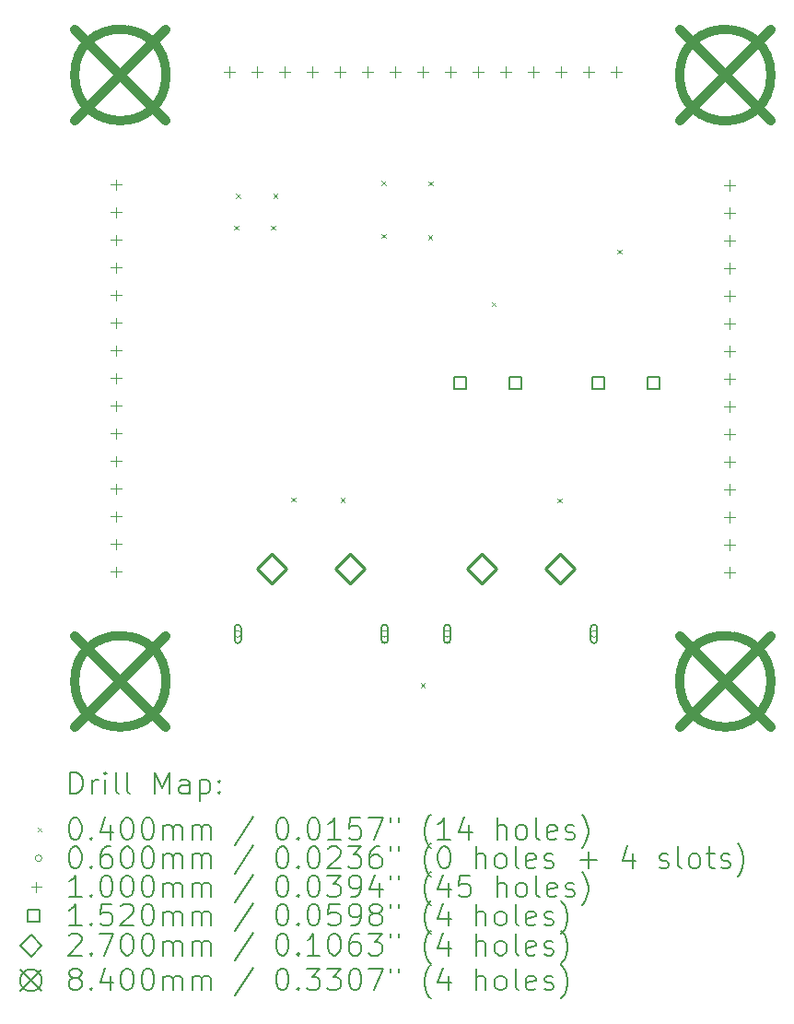
<source format=gbr>
%TF.GenerationSoftware,KiCad,Pcbnew,7.0.7*%
%TF.CreationDate,2024-02-10T01:31:51+05:30*%
%TF.ProjectId,PDB_Board,5044425f-426f-4617-9264-2e6b69636164,rev?*%
%TF.SameCoordinates,Original*%
%TF.FileFunction,Drillmap*%
%TF.FilePolarity,Positive*%
%FSLAX45Y45*%
G04 Gerber Fmt 4.5, Leading zero omitted, Abs format (unit mm)*
G04 Created by KiCad (PCBNEW 7.0.7) date 2024-02-10 01:31:51*
%MOMM*%
%LPD*%
G01*
G04 APERTURE LIST*
%ADD10C,0.200000*%
%ADD11C,0.040000*%
%ADD12C,0.060000*%
%ADD13C,0.100000*%
%ADD14C,0.152000*%
%ADD15C,0.270000*%
%ADD16C,0.840000*%
G04 APERTURE END LIST*
D10*
D11*
X11063880Y-8580340D02*
X11103880Y-8620340D01*
X11103880Y-8580340D02*
X11063880Y-8620340D01*
X11081660Y-8288240D02*
X11121660Y-8328240D01*
X11121660Y-8288240D02*
X11081660Y-8328240D01*
X11401700Y-8580340D02*
X11441700Y-8620340D01*
X11441700Y-8580340D02*
X11401700Y-8620340D01*
X11422020Y-8285700D02*
X11462020Y-8325700D01*
X11462020Y-8285700D02*
X11422020Y-8325700D01*
X11585260Y-11077260D02*
X11625260Y-11117260D01*
X11625260Y-11077260D02*
X11585260Y-11117260D01*
X12039920Y-11084880D02*
X12079920Y-11124880D01*
X12079920Y-11084880D02*
X12039920Y-11124880D01*
X12415160Y-8168860D02*
X12455160Y-8208860D01*
X12455160Y-8168860D02*
X12415160Y-8208860D01*
X12415160Y-8656540D02*
X12455160Y-8696540D01*
X12455160Y-8656540D02*
X12415160Y-8696540D01*
X12776520Y-12786680D02*
X12816520Y-12826680D01*
X12816520Y-12786680D02*
X12776520Y-12826680D01*
X12844420Y-8669240D02*
X12884420Y-8709240D01*
X12884420Y-8669240D02*
X12844420Y-8709240D01*
X12846960Y-8173940D02*
X12886960Y-8213940D01*
X12886960Y-8173940D02*
X12846960Y-8213940D01*
X13429110Y-9283750D02*
X13469110Y-9323750D01*
X13469110Y-9283750D02*
X13429110Y-9323750D01*
X14036360Y-11087420D02*
X14076360Y-11127420D01*
X14076360Y-11087420D02*
X14036360Y-11127420D01*
X14584320Y-8801320D02*
X14624320Y-8841320D01*
X14624320Y-8801320D02*
X14584320Y-8841320D01*
D12*
X11126000Y-12331700D02*
G75*
G03*
X11126000Y-12331700I-30000J0D01*
G01*
D10*
X11066000Y-12276700D02*
X11066000Y-12386700D01*
X11066000Y-12386700D02*
G75*
G03*
X11126000Y-12386700I30000J0D01*
G01*
X11126000Y-12386700D02*
X11126000Y-12276700D01*
X11126000Y-12276700D02*
G75*
G03*
X11066000Y-12276700I-30000J0D01*
G01*
D12*
X12476000Y-12331700D02*
G75*
G03*
X12476000Y-12331700I-30000J0D01*
G01*
D10*
X12416000Y-12276700D02*
X12416000Y-12386700D01*
X12416000Y-12386700D02*
G75*
G03*
X12476000Y-12386700I30000J0D01*
G01*
X12476000Y-12386700D02*
X12476000Y-12276700D01*
X12476000Y-12276700D02*
G75*
G03*
X12416000Y-12276700I-30000J0D01*
G01*
D12*
X13050040Y-12331700D02*
G75*
G03*
X13050040Y-12331700I-30000J0D01*
G01*
D10*
X12990040Y-12276700D02*
X12990040Y-12386700D01*
X12990040Y-12386700D02*
G75*
G03*
X13050040Y-12386700I30000J0D01*
G01*
X13050040Y-12386700D02*
X13050040Y-12276700D01*
X13050040Y-12276700D02*
G75*
G03*
X12990040Y-12276700I-30000J0D01*
G01*
D12*
X14400040Y-12331700D02*
G75*
G03*
X14400040Y-12331700I-30000J0D01*
G01*
D10*
X14340040Y-12276700D02*
X14340040Y-12386700D01*
X14340040Y-12386700D02*
G75*
G03*
X14400040Y-12386700I30000J0D01*
G01*
X14400040Y-12386700D02*
X14400040Y-12276700D01*
X14400040Y-12276700D02*
G75*
G03*
X14340040Y-12276700I-30000J0D01*
G01*
D13*
X9976520Y-8155780D02*
X9976520Y-8255780D01*
X9926520Y-8205780D02*
X10026520Y-8205780D01*
X9976520Y-8409780D02*
X9976520Y-8509780D01*
X9926520Y-8459780D02*
X10026520Y-8459780D01*
X9976520Y-8663780D02*
X9976520Y-8763780D01*
X9926520Y-8713780D02*
X10026520Y-8713780D01*
X9976520Y-8917780D02*
X9976520Y-9017780D01*
X9926520Y-8967780D02*
X10026520Y-8967780D01*
X9976520Y-9171780D02*
X9976520Y-9271780D01*
X9926520Y-9221780D02*
X10026520Y-9221780D01*
X9976520Y-9425780D02*
X9976520Y-9525780D01*
X9926520Y-9475780D02*
X10026520Y-9475780D01*
X9976520Y-9679780D02*
X9976520Y-9779780D01*
X9926520Y-9729780D02*
X10026520Y-9729780D01*
X9976520Y-9933780D02*
X9976520Y-10033780D01*
X9926520Y-9983780D02*
X10026520Y-9983780D01*
X9976520Y-10187780D02*
X9976520Y-10287780D01*
X9926520Y-10237780D02*
X10026520Y-10237780D01*
X9976520Y-10441780D02*
X9976520Y-10541780D01*
X9926520Y-10491780D02*
X10026520Y-10491780D01*
X9976520Y-10695780D02*
X9976520Y-10795780D01*
X9926520Y-10745780D02*
X10026520Y-10745780D01*
X9976520Y-10949780D02*
X9976520Y-11049780D01*
X9926520Y-10999780D02*
X10026520Y-10999780D01*
X9976520Y-11203780D02*
X9976520Y-11303780D01*
X9926520Y-11253780D02*
X10026520Y-11253780D01*
X9976520Y-11457780D02*
X9976520Y-11557780D01*
X9926520Y-11507780D02*
X10026520Y-11507780D01*
X9976520Y-11711780D02*
X9976520Y-11811780D01*
X9926520Y-11761780D02*
X10026520Y-11761780D01*
X11019020Y-7117280D02*
X11019020Y-7217280D01*
X10969020Y-7167280D02*
X11069020Y-7167280D01*
X11273020Y-7117280D02*
X11273020Y-7217280D01*
X11223020Y-7167280D02*
X11323020Y-7167280D01*
X11527020Y-7117280D02*
X11527020Y-7217280D01*
X11477020Y-7167280D02*
X11577020Y-7167280D01*
X11781020Y-7117280D02*
X11781020Y-7217280D01*
X11731020Y-7167280D02*
X11831020Y-7167280D01*
X12035020Y-7117280D02*
X12035020Y-7217280D01*
X11985020Y-7167280D02*
X12085020Y-7167280D01*
X12289020Y-7117280D02*
X12289020Y-7217280D01*
X12239020Y-7167280D02*
X12339020Y-7167280D01*
X12543020Y-7117280D02*
X12543020Y-7217280D01*
X12493020Y-7167280D02*
X12593020Y-7167280D01*
X12797020Y-7117280D02*
X12797020Y-7217280D01*
X12747020Y-7167280D02*
X12847020Y-7167280D01*
X13051020Y-7117280D02*
X13051020Y-7217280D01*
X13001020Y-7167280D02*
X13101020Y-7167280D01*
X13305020Y-7117280D02*
X13305020Y-7217280D01*
X13255020Y-7167280D02*
X13355020Y-7167280D01*
X13559020Y-7117280D02*
X13559020Y-7217280D01*
X13509020Y-7167280D02*
X13609020Y-7167280D01*
X13813020Y-7117280D02*
X13813020Y-7217280D01*
X13763020Y-7167280D02*
X13863020Y-7167280D01*
X14067020Y-7117280D02*
X14067020Y-7217280D01*
X14017020Y-7167280D02*
X14117020Y-7167280D01*
X14321020Y-7117280D02*
X14321020Y-7217280D01*
X14271020Y-7167280D02*
X14371020Y-7167280D01*
X14575020Y-7117280D02*
X14575020Y-7217280D01*
X14525020Y-7167280D02*
X14625020Y-7167280D01*
X15616520Y-8158780D02*
X15616520Y-8258780D01*
X15566520Y-8208780D02*
X15666520Y-8208780D01*
X15616520Y-8412780D02*
X15616520Y-8512780D01*
X15566520Y-8462780D02*
X15666520Y-8462780D01*
X15616520Y-8666780D02*
X15616520Y-8766780D01*
X15566520Y-8716780D02*
X15666520Y-8716780D01*
X15616520Y-8920780D02*
X15616520Y-9020780D01*
X15566520Y-8970780D02*
X15666520Y-8970780D01*
X15616520Y-9174780D02*
X15616520Y-9274780D01*
X15566520Y-9224780D02*
X15666520Y-9224780D01*
X15616520Y-9428780D02*
X15616520Y-9528780D01*
X15566520Y-9478780D02*
X15666520Y-9478780D01*
X15616520Y-9682780D02*
X15616520Y-9782780D01*
X15566520Y-9732780D02*
X15666520Y-9732780D01*
X15616520Y-9936780D02*
X15616520Y-10036780D01*
X15566520Y-9986780D02*
X15666520Y-9986780D01*
X15616520Y-10190780D02*
X15616520Y-10290780D01*
X15566520Y-10240780D02*
X15666520Y-10240780D01*
X15616520Y-10444780D02*
X15616520Y-10544780D01*
X15566520Y-10494780D02*
X15666520Y-10494780D01*
X15616520Y-10698780D02*
X15616520Y-10798780D01*
X15566520Y-10748780D02*
X15666520Y-10748780D01*
X15616520Y-10952780D02*
X15616520Y-11052780D01*
X15566520Y-11002780D02*
X15666520Y-11002780D01*
X15616520Y-11206780D02*
X15616520Y-11306780D01*
X15566520Y-11256780D02*
X15666520Y-11256780D01*
X15616520Y-11460780D02*
X15616520Y-11560780D01*
X15566520Y-11510780D02*
X15666520Y-11510780D01*
X15616520Y-11714780D02*
X15616520Y-11814780D01*
X15566520Y-11764780D02*
X15666520Y-11764780D01*
D14*
X13190621Y-10079121D02*
X13190621Y-9971639D01*
X13083139Y-9971639D01*
X13083139Y-10079121D01*
X13190621Y-10079121D01*
X13698621Y-10079121D02*
X13698621Y-9971639D01*
X13591139Y-9971639D01*
X13591139Y-10079121D01*
X13698621Y-10079121D01*
X14465701Y-10079121D02*
X14465701Y-9971639D01*
X14358219Y-9971639D01*
X14358219Y-10079121D01*
X14465701Y-10079121D01*
X14973701Y-10079121D02*
X14973701Y-9971639D01*
X14866219Y-9971639D01*
X14866219Y-10079121D01*
X14973701Y-10079121D01*
D15*
X11411000Y-11866700D02*
X11546000Y-11731700D01*
X11411000Y-11596700D01*
X11276000Y-11731700D01*
X11411000Y-11866700D01*
X12131000Y-11866700D02*
X12266000Y-11731700D01*
X12131000Y-11596700D01*
X11996000Y-11731700D01*
X12131000Y-11866700D01*
X13335040Y-11866700D02*
X13470040Y-11731700D01*
X13335040Y-11596700D01*
X13200040Y-11731700D01*
X13335040Y-11866700D01*
X14055040Y-11866700D02*
X14190040Y-11731700D01*
X14055040Y-11596700D01*
X13920040Y-11731700D01*
X14055040Y-11866700D01*
D16*
X9596520Y-6777280D02*
X10436520Y-7617280D01*
X10436520Y-6777280D02*
X9596520Y-7617280D01*
X10436520Y-7197280D02*
G75*
G03*
X10436520Y-7197280I-420000J0D01*
G01*
X9596520Y-12347280D02*
X10436520Y-13187280D01*
X10436520Y-12347280D02*
X9596520Y-13187280D01*
X10436520Y-12767280D02*
G75*
G03*
X10436520Y-12767280I-420000J0D01*
G01*
X15156520Y-6778780D02*
X15996520Y-7618780D01*
X15996520Y-6778780D02*
X15156520Y-7618780D01*
X15996520Y-7198780D02*
G75*
G03*
X15996520Y-7198780I-420000J0D01*
G01*
X15156520Y-12347280D02*
X15996520Y-13187280D01*
X15996520Y-12347280D02*
X15156520Y-13187280D01*
X15996520Y-12767280D02*
G75*
G03*
X15996520Y-12767280I-420000J0D01*
G01*
D10*
X9554797Y-13801264D02*
X9554797Y-13601264D01*
X9554797Y-13601264D02*
X9602416Y-13601264D01*
X9602416Y-13601264D02*
X9630987Y-13610788D01*
X9630987Y-13610788D02*
X9650035Y-13629835D01*
X9650035Y-13629835D02*
X9659559Y-13648883D01*
X9659559Y-13648883D02*
X9669083Y-13686978D01*
X9669083Y-13686978D02*
X9669083Y-13715549D01*
X9669083Y-13715549D02*
X9659559Y-13753645D01*
X9659559Y-13753645D02*
X9650035Y-13772692D01*
X9650035Y-13772692D02*
X9630987Y-13791740D01*
X9630987Y-13791740D02*
X9602416Y-13801264D01*
X9602416Y-13801264D02*
X9554797Y-13801264D01*
X9754797Y-13801264D02*
X9754797Y-13667930D01*
X9754797Y-13706026D02*
X9764321Y-13686978D01*
X9764321Y-13686978D02*
X9773844Y-13677454D01*
X9773844Y-13677454D02*
X9792892Y-13667930D01*
X9792892Y-13667930D02*
X9811940Y-13667930D01*
X9878606Y-13801264D02*
X9878606Y-13667930D01*
X9878606Y-13601264D02*
X9869083Y-13610788D01*
X9869083Y-13610788D02*
X9878606Y-13620311D01*
X9878606Y-13620311D02*
X9888130Y-13610788D01*
X9888130Y-13610788D02*
X9878606Y-13601264D01*
X9878606Y-13601264D02*
X9878606Y-13620311D01*
X10002416Y-13801264D02*
X9983368Y-13791740D01*
X9983368Y-13791740D02*
X9973844Y-13772692D01*
X9973844Y-13772692D02*
X9973844Y-13601264D01*
X10107178Y-13801264D02*
X10088130Y-13791740D01*
X10088130Y-13791740D02*
X10078606Y-13772692D01*
X10078606Y-13772692D02*
X10078606Y-13601264D01*
X10335749Y-13801264D02*
X10335749Y-13601264D01*
X10335749Y-13601264D02*
X10402416Y-13744121D01*
X10402416Y-13744121D02*
X10469083Y-13601264D01*
X10469083Y-13601264D02*
X10469083Y-13801264D01*
X10650035Y-13801264D02*
X10650035Y-13696502D01*
X10650035Y-13696502D02*
X10640511Y-13677454D01*
X10640511Y-13677454D02*
X10621464Y-13667930D01*
X10621464Y-13667930D02*
X10583368Y-13667930D01*
X10583368Y-13667930D02*
X10564321Y-13677454D01*
X10650035Y-13791740D02*
X10630987Y-13801264D01*
X10630987Y-13801264D02*
X10583368Y-13801264D01*
X10583368Y-13801264D02*
X10564321Y-13791740D01*
X10564321Y-13791740D02*
X10554797Y-13772692D01*
X10554797Y-13772692D02*
X10554797Y-13753645D01*
X10554797Y-13753645D02*
X10564321Y-13734597D01*
X10564321Y-13734597D02*
X10583368Y-13725073D01*
X10583368Y-13725073D02*
X10630987Y-13725073D01*
X10630987Y-13725073D02*
X10650035Y-13715549D01*
X10745273Y-13667930D02*
X10745273Y-13867930D01*
X10745273Y-13677454D02*
X10764321Y-13667930D01*
X10764321Y-13667930D02*
X10802416Y-13667930D01*
X10802416Y-13667930D02*
X10821464Y-13677454D01*
X10821464Y-13677454D02*
X10830987Y-13686978D01*
X10830987Y-13686978D02*
X10840511Y-13706026D01*
X10840511Y-13706026D02*
X10840511Y-13763168D01*
X10840511Y-13763168D02*
X10830987Y-13782216D01*
X10830987Y-13782216D02*
X10821464Y-13791740D01*
X10821464Y-13791740D02*
X10802416Y-13801264D01*
X10802416Y-13801264D02*
X10764321Y-13801264D01*
X10764321Y-13801264D02*
X10745273Y-13791740D01*
X10926225Y-13782216D02*
X10935749Y-13791740D01*
X10935749Y-13791740D02*
X10926225Y-13801264D01*
X10926225Y-13801264D02*
X10916702Y-13791740D01*
X10916702Y-13791740D02*
X10926225Y-13782216D01*
X10926225Y-13782216D02*
X10926225Y-13801264D01*
X10926225Y-13677454D02*
X10935749Y-13686978D01*
X10935749Y-13686978D02*
X10926225Y-13696502D01*
X10926225Y-13696502D02*
X10916702Y-13686978D01*
X10916702Y-13686978D02*
X10926225Y-13677454D01*
X10926225Y-13677454D02*
X10926225Y-13696502D01*
D11*
X9254020Y-14109780D02*
X9294020Y-14149780D01*
X9294020Y-14109780D02*
X9254020Y-14149780D01*
D10*
X9592892Y-14021264D02*
X9611940Y-14021264D01*
X9611940Y-14021264D02*
X9630987Y-14030788D01*
X9630987Y-14030788D02*
X9640511Y-14040311D01*
X9640511Y-14040311D02*
X9650035Y-14059359D01*
X9650035Y-14059359D02*
X9659559Y-14097454D01*
X9659559Y-14097454D02*
X9659559Y-14145073D01*
X9659559Y-14145073D02*
X9650035Y-14183168D01*
X9650035Y-14183168D02*
X9640511Y-14202216D01*
X9640511Y-14202216D02*
X9630987Y-14211740D01*
X9630987Y-14211740D02*
X9611940Y-14221264D01*
X9611940Y-14221264D02*
X9592892Y-14221264D01*
X9592892Y-14221264D02*
X9573844Y-14211740D01*
X9573844Y-14211740D02*
X9564321Y-14202216D01*
X9564321Y-14202216D02*
X9554797Y-14183168D01*
X9554797Y-14183168D02*
X9545273Y-14145073D01*
X9545273Y-14145073D02*
X9545273Y-14097454D01*
X9545273Y-14097454D02*
X9554797Y-14059359D01*
X9554797Y-14059359D02*
X9564321Y-14040311D01*
X9564321Y-14040311D02*
X9573844Y-14030788D01*
X9573844Y-14030788D02*
X9592892Y-14021264D01*
X9745273Y-14202216D02*
X9754797Y-14211740D01*
X9754797Y-14211740D02*
X9745273Y-14221264D01*
X9745273Y-14221264D02*
X9735749Y-14211740D01*
X9735749Y-14211740D02*
X9745273Y-14202216D01*
X9745273Y-14202216D02*
X9745273Y-14221264D01*
X9926225Y-14087930D02*
X9926225Y-14221264D01*
X9878606Y-14011740D02*
X9830987Y-14154597D01*
X9830987Y-14154597D02*
X9954797Y-14154597D01*
X10069083Y-14021264D02*
X10088130Y-14021264D01*
X10088130Y-14021264D02*
X10107178Y-14030788D01*
X10107178Y-14030788D02*
X10116702Y-14040311D01*
X10116702Y-14040311D02*
X10126225Y-14059359D01*
X10126225Y-14059359D02*
X10135749Y-14097454D01*
X10135749Y-14097454D02*
X10135749Y-14145073D01*
X10135749Y-14145073D02*
X10126225Y-14183168D01*
X10126225Y-14183168D02*
X10116702Y-14202216D01*
X10116702Y-14202216D02*
X10107178Y-14211740D01*
X10107178Y-14211740D02*
X10088130Y-14221264D01*
X10088130Y-14221264D02*
X10069083Y-14221264D01*
X10069083Y-14221264D02*
X10050035Y-14211740D01*
X10050035Y-14211740D02*
X10040511Y-14202216D01*
X10040511Y-14202216D02*
X10030987Y-14183168D01*
X10030987Y-14183168D02*
X10021464Y-14145073D01*
X10021464Y-14145073D02*
X10021464Y-14097454D01*
X10021464Y-14097454D02*
X10030987Y-14059359D01*
X10030987Y-14059359D02*
X10040511Y-14040311D01*
X10040511Y-14040311D02*
X10050035Y-14030788D01*
X10050035Y-14030788D02*
X10069083Y-14021264D01*
X10259559Y-14021264D02*
X10278606Y-14021264D01*
X10278606Y-14021264D02*
X10297654Y-14030788D01*
X10297654Y-14030788D02*
X10307178Y-14040311D01*
X10307178Y-14040311D02*
X10316702Y-14059359D01*
X10316702Y-14059359D02*
X10326225Y-14097454D01*
X10326225Y-14097454D02*
X10326225Y-14145073D01*
X10326225Y-14145073D02*
X10316702Y-14183168D01*
X10316702Y-14183168D02*
X10307178Y-14202216D01*
X10307178Y-14202216D02*
X10297654Y-14211740D01*
X10297654Y-14211740D02*
X10278606Y-14221264D01*
X10278606Y-14221264D02*
X10259559Y-14221264D01*
X10259559Y-14221264D02*
X10240511Y-14211740D01*
X10240511Y-14211740D02*
X10230987Y-14202216D01*
X10230987Y-14202216D02*
X10221464Y-14183168D01*
X10221464Y-14183168D02*
X10211940Y-14145073D01*
X10211940Y-14145073D02*
X10211940Y-14097454D01*
X10211940Y-14097454D02*
X10221464Y-14059359D01*
X10221464Y-14059359D02*
X10230987Y-14040311D01*
X10230987Y-14040311D02*
X10240511Y-14030788D01*
X10240511Y-14030788D02*
X10259559Y-14021264D01*
X10411940Y-14221264D02*
X10411940Y-14087930D01*
X10411940Y-14106978D02*
X10421464Y-14097454D01*
X10421464Y-14097454D02*
X10440511Y-14087930D01*
X10440511Y-14087930D02*
X10469083Y-14087930D01*
X10469083Y-14087930D02*
X10488130Y-14097454D01*
X10488130Y-14097454D02*
X10497654Y-14116502D01*
X10497654Y-14116502D02*
X10497654Y-14221264D01*
X10497654Y-14116502D02*
X10507178Y-14097454D01*
X10507178Y-14097454D02*
X10526225Y-14087930D01*
X10526225Y-14087930D02*
X10554797Y-14087930D01*
X10554797Y-14087930D02*
X10573845Y-14097454D01*
X10573845Y-14097454D02*
X10583368Y-14116502D01*
X10583368Y-14116502D02*
X10583368Y-14221264D01*
X10678606Y-14221264D02*
X10678606Y-14087930D01*
X10678606Y-14106978D02*
X10688130Y-14097454D01*
X10688130Y-14097454D02*
X10707178Y-14087930D01*
X10707178Y-14087930D02*
X10735749Y-14087930D01*
X10735749Y-14087930D02*
X10754797Y-14097454D01*
X10754797Y-14097454D02*
X10764321Y-14116502D01*
X10764321Y-14116502D02*
X10764321Y-14221264D01*
X10764321Y-14116502D02*
X10773845Y-14097454D01*
X10773845Y-14097454D02*
X10792892Y-14087930D01*
X10792892Y-14087930D02*
X10821464Y-14087930D01*
X10821464Y-14087930D02*
X10840511Y-14097454D01*
X10840511Y-14097454D02*
X10850035Y-14116502D01*
X10850035Y-14116502D02*
X10850035Y-14221264D01*
X11240511Y-14011740D02*
X11069083Y-14268883D01*
X11497654Y-14021264D02*
X11516702Y-14021264D01*
X11516702Y-14021264D02*
X11535749Y-14030788D01*
X11535749Y-14030788D02*
X11545273Y-14040311D01*
X11545273Y-14040311D02*
X11554797Y-14059359D01*
X11554797Y-14059359D02*
X11564321Y-14097454D01*
X11564321Y-14097454D02*
X11564321Y-14145073D01*
X11564321Y-14145073D02*
X11554797Y-14183168D01*
X11554797Y-14183168D02*
X11545273Y-14202216D01*
X11545273Y-14202216D02*
X11535749Y-14211740D01*
X11535749Y-14211740D02*
X11516702Y-14221264D01*
X11516702Y-14221264D02*
X11497654Y-14221264D01*
X11497654Y-14221264D02*
X11478606Y-14211740D01*
X11478606Y-14211740D02*
X11469083Y-14202216D01*
X11469083Y-14202216D02*
X11459559Y-14183168D01*
X11459559Y-14183168D02*
X11450035Y-14145073D01*
X11450035Y-14145073D02*
X11450035Y-14097454D01*
X11450035Y-14097454D02*
X11459559Y-14059359D01*
X11459559Y-14059359D02*
X11469083Y-14040311D01*
X11469083Y-14040311D02*
X11478606Y-14030788D01*
X11478606Y-14030788D02*
X11497654Y-14021264D01*
X11650035Y-14202216D02*
X11659559Y-14211740D01*
X11659559Y-14211740D02*
X11650035Y-14221264D01*
X11650035Y-14221264D02*
X11640511Y-14211740D01*
X11640511Y-14211740D02*
X11650035Y-14202216D01*
X11650035Y-14202216D02*
X11650035Y-14221264D01*
X11783368Y-14021264D02*
X11802416Y-14021264D01*
X11802416Y-14021264D02*
X11821464Y-14030788D01*
X11821464Y-14030788D02*
X11830987Y-14040311D01*
X11830987Y-14040311D02*
X11840511Y-14059359D01*
X11840511Y-14059359D02*
X11850035Y-14097454D01*
X11850035Y-14097454D02*
X11850035Y-14145073D01*
X11850035Y-14145073D02*
X11840511Y-14183168D01*
X11840511Y-14183168D02*
X11830987Y-14202216D01*
X11830987Y-14202216D02*
X11821464Y-14211740D01*
X11821464Y-14211740D02*
X11802416Y-14221264D01*
X11802416Y-14221264D02*
X11783368Y-14221264D01*
X11783368Y-14221264D02*
X11764321Y-14211740D01*
X11764321Y-14211740D02*
X11754797Y-14202216D01*
X11754797Y-14202216D02*
X11745273Y-14183168D01*
X11745273Y-14183168D02*
X11735749Y-14145073D01*
X11735749Y-14145073D02*
X11735749Y-14097454D01*
X11735749Y-14097454D02*
X11745273Y-14059359D01*
X11745273Y-14059359D02*
X11754797Y-14040311D01*
X11754797Y-14040311D02*
X11764321Y-14030788D01*
X11764321Y-14030788D02*
X11783368Y-14021264D01*
X12040511Y-14221264D02*
X11926226Y-14221264D01*
X11983368Y-14221264D02*
X11983368Y-14021264D01*
X11983368Y-14021264D02*
X11964321Y-14049835D01*
X11964321Y-14049835D02*
X11945273Y-14068883D01*
X11945273Y-14068883D02*
X11926226Y-14078407D01*
X12221464Y-14021264D02*
X12126226Y-14021264D01*
X12126226Y-14021264D02*
X12116702Y-14116502D01*
X12116702Y-14116502D02*
X12126226Y-14106978D01*
X12126226Y-14106978D02*
X12145273Y-14097454D01*
X12145273Y-14097454D02*
X12192892Y-14097454D01*
X12192892Y-14097454D02*
X12211940Y-14106978D01*
X12211940Y-14106978D02*
X12221464Y-14116502D01*
X12221464Y-14116502D02*
X12230987Y-14135549D01*
X12230987Y-14135549D02*
X12230987Y-14183168D01*
X12230987Y-14183168D02*
X12221464Y-14202216D01*
X12221464Y-14202216D02*
X12211940Y-14211740D01*
X12211940Y-14211740D02*
X12192892Y-14221264D01*
X12192892Y-14221264D02*
X12145273Y-14221264D01*
X12145273Y-14221264D02*
X12126226Y-14211740D01*
X12126226Y-14211740D02*
X12116702Y-14202216D01*
X12297654Y-14021264D02*
X12430987Y-14021264D01*
X12430987Y-14021264D02*
X12345273Y-14221264D01*
X12497654Y-14021264D02*
X12497654Y-14059359D01*
X12573845Y-14021264D02*
X12573845Y-14059359D01*
X12869083Y-14297454D02*
X12859559Y-14287930D01*
X12859559Y-14287930D02*
X12840511Y-14259359D01*
X12840511Y-14259359D02*
X12830988Y-14240311D01*
X12830988Y-14240311D02*
X12821464Y-14211740D01*
X12821464Y-14211740D02*
X12811940Y-14164121D01*
X12811940Y-14164121D02*
X12811940Y-14126026D01*
X12811940Y-14126026D02*
X12821464Y-14078407D01*
X12821464Y-14078407D02*
X12830988Y-14049835D01*
X12830988Y-14049835D02*
X12840511Y-14030788D01*
X12840511Y-14030788D02*
X12859559Y-14002216D01*
X12859559Y-14002216D02*
X12869083Y-13992692D01*
X13050035Y-14221264D02*
X12935749Y-14221264D01*
X12992892Y-14221264D02*
X12992892Y-14021264D01*
X12992892Y-14021264D02*
X12973845Y-14049835D01*
X12973845Y-14049835D02*
X12954797Y-14068883D01*
X12954797Y-14068883D02*
X12935749Y-14078407D01*
X13221464Y-14087930D02*
X13221464Y-14221264D01*
X13173845Y-14011740D02*
X13126226Y-14154597D01*
X13126226Y-14154597D02*
X13250035Y-14154597D01*
X13478607Y-14221264D02*
X13478607Y-14021264D01*
X13564321Y-14221264D02*
X13564321Y-14116502D01*
X13564321Y-14116502D02*
X13554797Y-14097454D01*
X13554797Y-14097454D02*
X13535750Y-14087930D01*
X13535750Y-14087930D02*
X13507178Y-14087930D01*
X13507178Y-14087930D02*
X13488130Y-14097454D01*
X13488130Y-14097454D02*
X13478607Y-14106978D01*
X13688130Y-14221264D02*
X13669083Y-14211740D01*
X13669083Y-14211740D02*
X13659559Y-14202216D01*
X13659559Y-14202216D02*
X13650035Y-14183168D01*
X13650035Y-14183168D02*
X13650035Y-14126026D01*
X13650035Y-14126026D02*
X13659559Y-14106978D01*
X13659559Y-14106978D02*
X13669083Y-14097454D01*
X13669083Y-14097454D02*
X13688130Y-14087930D01*
X13688130Y-14087930D02*
X13716702Y-14087930D01*
X13716702Y-14087930D02*
X13735750Y-14097454D01*
X13735750Y-14097454D02*
X13745273Y-14106978D01*
X13745273Y-14106978D02*
X13754797Y-14126026D01*
X13754797Y-14126026D02*
X13754797Y-14183168D01*
X13754797Y-14183168D02*
X13745273Y-14202216D01*
X13745273Y-14202216D02*
X13735750Y-14211740D01*
X13735750Y-14211740D02*
X13716702Y-14221264D01*
X13716702Y-14221264D02*
X13688130Y-14221264D01*
X13869083Y-14221264D02*
X13850035Y-14211740D01*
X13850035Y-14211740D02*
X13840511Y-14192692D01*
X13840511Y-14192692D02*
X13840511Y-14021264D01*
X14021464Y-14211740D02*
X14002416Y-14221264D01*
X14002416Y-14221264D02*
X13964321Y-14221264D01*
X13964321Y-14221264D02*
X13945273Y-14211740D01*
X13945273Y-14211740D02*
X13935750Y-14192692D01*
X13935750Y-14192692D02*
X13935750Y-14116502D01*
X13935750Y-14116502D02*
X13945273Y-14097454D01*
X13945273Y-14097454D02*
X13964321Y-14087930D01*
X13964321Y-14087930D02*
X14002416Y-14087930D01*
X14002416Y-14087930D02*
X14021464Y-14097454D01*
X14021464Y-14097454D02*
X14030988Y-14116502D01*
X14030988Y-14116502D02*
X14030988Y-14135549D01*
X14030988Y-14135549D02*
X13935750Y-14154597D01*
X14107178Y-14211740D02*
X14126226Y-14221264D01*
X14126226Y-14221264D02*
X14164321Y-14221264D01*
X14164321Y-14221264D02*
X14183369Y-14211740D01*
X14183369Y-14211740D02*
X14192892Y-14192692D01*
X14192892Y-14192692D02*
X14192892Y-14183168D01*
X14192892Y-14183168D02*
X14183369Y-14164121D01*
X14183369Y-14164121D02*
X14164321Y-14154597D01*
X14164321Y-14154597D02*
X14135750Y-14154597D01*
X14135750Y-14154597D02*
X14116702Y-14145073D01*
X14116702Y-14145073D02*
X14107178Y-14126026D01*
X14107178Y-14126026D02*
X14107178Y-14116502D01*
X14107178Y-14116502D02*
X14116702Y-14097454D01*
X14116702Y-14097454D02*
X14135750Y-14087930D01*
X14135750Y-14087930D02*
X14164321Y-14087930D01*
X14164321Y-14087930D02*
X14183369Y-14097454D01*
X14259559Y-14297454D02*
X14269083Y-14287930D01*
X14269083Y-14287930D02*
X14288131Y-14259359D01*
X14288131Y-14259359D02*
X14297654Y-14240311D01*
X14297654Y-14240311D02*
X14307178Y-14211740D01*
X14307178Y-14211740D02*
X14316702Y-14164121D01*
X14316702Y-14164121D02*
X14316702Y-14126026D01*
X14316702Y-14126026D02*
X14307178Y-14078407D01*
X14307178Y-14078407D02*
X14297654Y-14049835D01*
X14297654Y-14049835D02*
X14288131Y-14030788D01*
X14288131Y-14030788D02*
X14269083Y-14002216D01*
X14269083Y-14002216D02*
X14259559Y-13992692D01*
D12*
X9294020Y-14393780D02*
G75*
G03*
X9294020Y-14393780I-30000J0D01*
G01*
D10*
X9592892Y-14285264D02*
X9611940Y-14285264D01*
X9611940Y-14285264D02*
X9630987Y-14294788D01*
X9630987Y-14294788D02*
X9640511Y-14304311D01*
X9640511Y-14304311D02*
X9650035Y-14323359D01*
X9650035Y-14323359D02*
X9659559Y-14361454D01*
X9659559Y-14361454D02*
X9659559Y-14409073D01*
X9659559Y-14409073D02*
X9650035Y-14447168D01*
X9650035Y-14447168D02*
X9640511Y-14466216D01*
X9640511Y-14466216D02*
X9630987Y-14475740D01*
X9630987Y-14475740D02*
X9611940Y-14485264D01*
X9611940Y-14485264D02*
X9592892Y-14485264D01*
X9592892Y-14485264D02*
X9573844Y-14475740D01*
X9573844Y-14475740D02*
X9564321Y-14466216D01*
X9564321Y-14466216D02*
X9554797Y-14447168D01*
X9554797Y-14447168D02*
X9545273Y-14409073D01*
X9545273Y-14409073D02*
X9545273Y-14361454D01*
X9545273Y-14361454D02*
X9554797Y-14323359D01*
X9554797Y-14323359D02*
X9564321Y-14304311D01*
X9564321Y-14304311D02*
X9573844Y-14294788D01*
X9573844Y-14294788D02*
X9592892Y-14285264D01*
X9745273Y-14466216D02*
X9754797Y-14475740D01*
X9754797Y-14475740D02*
X9745273Y-14485264D01*
X9745273Y-14485264D02*
X9735749Y-14475740D01*
X9735749Y-14475740D02*
X9745273Y-14466216D01*
X9745273Y-14466216D02*
X9745273Y-14485264D01*
X9926225Y-14285264D02*
X9888130Y-14285264D01*
X9888130Y-14285264D02*
X9869083Y-14294788D01*
X9869083Y-14294788D02*
X9859559Y-14304311D01*
X9859559Y-14304311D02*
X9840511Y-14332883D01*
X9840511Y-14332883D02*
X9830987Y-14370978D01*
X9830987Y-14370978D02*
X9830987Y-14447168D01*
X9830987Y-14447168D02*
X9840511Y-14466216D01*
X9840511Y-14466216D02*
X9850035Y-14475740D01*
X9850035Y-14475740D02*
X9869083Y-14485264D01*
X9869083Y-14485264D02*
X9907178Y-14485264D01*
X9907178Y-14485264D02*
X9926225Y-14475740D01*
X9926225Y-14475740D02*
X9935749Y-14466216D01*
X9935749Y-14466216D02*
X9945273Y-14447168D01*
X9945273Y-14447168D02*
X9945273Y-14399549D01*
X9945273Y-14399549D02*
X9935749Y-14380502D01*
X9935749Y-14380502D02*
X9926225Y-14370978D01*
X9926225Y-14370978D02*
X9907178Y-14361454D01*
X9907178Y-14361454D02*
X9869083Y-14361454D01*
X9869083Y-14361454D02*
X9850035Y-14370978D01*
X9850035Y-14370978D02*
X9840511Y-14380502D01*
X9840511Y-14380502D02*
X9830987Y-14399549D01*
X10069083Y-14285264D02*
X10088130Y-14285264D01*
X10088130Y-14285264D02*
X10107178Y-14294788D01*
X10107178Y-14294788D02*
X10116702Y-14304311D01*
X10116702Y-14304311D02*
X10126225Y-14323359D01*
X10126225Y-14323359D02*
X10135749Y-14361454D01*
X10135749Y-14361454D02*
X10135749Y-14409073D01*
X10135749Y-14409073D02*
X10126225Y-14447168D01*
X10126225Y-14447168D02*
X10116702Y-14466216D01*
X10116702Y-14466216D02*
X10107178Y-14475740D01*
X10107178Y-14475740D02*
X10088130Y-14485264D01*
X10088130Y-14485264D02*
X10069083Y-14485264D01*
X10069083Y-14485264D02*
X10050035Y-14475740D01*
X10050035Y-14475740D02*
X10040511Y-14466216D01*
X10040511Y-14466216D02*
X10030987Y-14447168D01*
X10030987Y-14447168D02*
X10021464Y-14409073D01*
X10021464Y-14409073D02*
X10021464Y-14361454D01*
X10021464Y-14361454D02*
X10030987Y-14323359D01*
X10030987Y-14323359D02*
X10040511Y-14304311D01*
X10040511Y-14304311D02*
X10050035Y-14294788D01*
X10050035Y-14294788D02*
X10069083Y-14285264D01*
X10259559Y-14285264D02*
X10278606Y-14285264D01*
X10278606Y-14285264D02*
X10297654Y-14294788D01*
X10297654Y-14294788D02*
X10307178Y-14304311D01*
X10307178Y-14304311D02*
X10316702Y-14323359D01*
X10316702Y-14323359D02*
X10326225Y-14361454D01*
X10326225Y-14361454D02*
X10326225Y-14409073D01*
X10326225Y-14409073D02*
X10316702Y-14447168D01*
X10316702Y-14447168D02*
X10307178Y-14466216D01*
X10307178Y-14466216D02*
X10297654Y-14475740D01*
X10297654Y-14475740D02*
X10278606Y-14485264D01*
X10278606Y-14485264D02*
X10259559Y-14485264D01*
X10259559Y-14485264D02*
X10240511Y-14475740D01*
X10240511Y-14475740D02*
X10230987Y-14466216D01*
X10230987Y-14466216D02*
X10221464Y-14447168D01*
X10221464Y-14447168D02*
X10211940Y-14409073D01*
X10211940Y-14409073D02*
X10211940Y-14361454D01*
X10211940Y-14361454D02*
X10221464Y-14323359D01*
X10221464Y-14323359D02*
X10230987Y-14304311D01*
X10230987Y-14304311D02*
X10240511Y-14294788D01*
X10240511Y-14294788D02*
X10259559Y-14285264D01*
X10411940Y-14485264D02*
X10411940Y-14351930D01*
X10411940Y-14370978D02*
X10421464Y-14361454D01*
X10421464Y-14361454D02*
X10440511Y-14351930D01*
X10440511Y-14351930D02*
X10469083Y-14351930D01*
X10469083Y-14351930D02*
X10488130Y-14361454D01*
X10488130Y-14361454D02*
X10497654Y-14380502D01*
X10497654Y-14380502D02*
X10497654Y-14485264D01*
X10497654Y-14380502D02*
X10507178Y-14361454D01*
X10507178Y-14361454D02*
X10526225Y-14351930D01*
X10526225Y-14351930D02*
X10554797Y-14351930D01*
X10554797Y-14351930D02*
X10573845Y-14361454D01*
X10573845Y-14361454D02*
X10583368Y-14380502D01*
X10583368Y-14380502D02*
X10583368Y-14485264D01*
X10678606Y-14485264D02*
X10678606Y-14351930D01*
X10678606Y-14370978D02*
X10688130Y-14361454D01*
X10688130Y-14361454D02*
X10707178Y-14351930D01*
X10707178Y-14351930D02*
X10735749Y-14351930D01*
X10735749Y-14351930D02*
X10754797Y-14361454D01*
X10754797Y-14361454D02*
X10764321Y-14380502D01*
X10764321Y-14380502D02*
X10764321Y-14485264D01*
X10764321Y-14380502D02*
X10773845Y-14361454D01*
X10773845Y-14361454D02*
X10792892Y-14351930D01*
X10792892Y-14351930D02*
X10821464Y-14351930D01*
X10821464Y-14351930D02*
X10840511Y-14361454D01*
X10840511Y-14361454D02*
X10850035Y-14380502D01*
X10850035Y-14380502D02*
X10850035Y-14485264D01*
X11240511Y-14275740D02*
X11069083Y-14532883D01*
X11497654Y-14285264D02*
X11516702Y-14285264D01*
X11516702Y-14285264D02*
X11535749Y-14294788D01*
X11535749Y-14294788D02*
X11545273Y-14304311D01*
X11545273Y-14304311D02*
X11554797Y-14323359D01*
X11554797Y-14323359D02*
X11564321Y-14361454D01*
X11564321Y-14361454D02*
X11564321Y-14409073D01*
X11564321Y-14409073D02*
X11554797Y-14447168D01*
X11554797Y-14447168D02*
X11545273Y-14466216D01*
X11545273Y-14466216D02*
X11535749Y-14475740D01*
X11535749Y-14475740D02*
X11516702Y-14485264D01*
X11516702Y-14485264D02*
X11497654Y-14485264D01*
X11497654Y-14485264D02*
X11478606Y-14475740D01*
X11478606Y-14475740D02*
X11469083Y-14466216D01*
X11469083Y-14466216D02*
X11459559Y-14447168D01*
X11459559Y-14447168D02*
X11450035Y-14409073D01*
X11450035Y-14409073D02*
X11450035Y-14361454D01*
X11450035Y-14361454D02*
X11459559Y-14323359D01*
X11459559Y-14323359D02*
X11469083Y-14304311D01*
X11469083Y-14304311D02*
X11478606Y-14294788D01*
X11478606Y-14294788D02*
X11497654Y-14285264D01*
X11650035Y-14466216D02*
X11659559Y-14475740D01*
X11659559Y-14475740D02*
X11650035Y-14485264D01*
X11650035Y-14485264D02*
X11640511Y-14475740D01*
X11640511Y-14475740D02*
X11650035Y-14466216D01*
X11650035Y-14466216D02*
X11650035Y-14485264D01*
X11783368Y-14285264D02*
X11802416Y-14285264D01*
X11802416Y-14285264D02*
X11821464Y-14294788D01*
X11821464Y-14294788D02*
X11830987Y-14304311D01*
X11830987Y-14304311D02*
X11840511Y-14323359D01*
X11840511Y-14323359D02*
X11850035Y-14361454D01*
X11850035Y-14361454D02*
X11850035Y-14409073D01*
X11850035Y-14409073D02*
X11840511Y-14447168D01*
X11840511Y-14447168D02*
X11830987Y-14466216D01*
X11830987Y-14466216D02*
X11821464Y-14475740D01*
X11821464Y-14475740D02*
X11802416Y-14485264D01*
X11802416Y-14485264D02*
X11783368Y-14485264D01*
X11783368Y-14485264D02*
X11764321Y-14475740D01*
X11764321Y-14475740D02*
X11754797Y-14466216D01*
X11754797Y-14466216D02*
X11745273Y-14447168D01*
X11745273Y-14447168D02*
X11735749Y-14409073D01*
X11735749Y-14409073D02*
X11735749Y-14361454D01*
X11735749Y-14361454D02*
X11745273Y-14323359D01*
X11745273Y-14323359D02*
X11754797Y-14304311D01*
X11754797Y-14304311D02*
X11764321Y-14294788D01*
X11764321Y-14294788D02*
X11783368Y-14285264D01*
X11926226Y-14304311D02*
X11935749Y-14294788D01*
X11935749Y-14294788D02*
X11954797Y-14285264D01*
X11954797Y-14285264D02*
X12002416Y-14285264D01*
X12002416Y-14285264D02*
X12021464Y-14294788D01*
X12021464Y-14294788D02*
X12030987Y-14304311D01*
X12030987Y-14304311D02*
X12040511Y-14323359D01*
X12040511Y-14323359D02*
X12040511Y-14342407D01*
X12040511Y-14342407D02*
X12030987Y-14370978D01*
X12030987Y-14370978D02*
X11916702Y-14485264D01*
X11916702Y-14485264D02*
X12040511Y-14485264D01*
X12107178Y-14285264D02*
X12230987Y-14285264D01*
X12230987Y-14285264D02*
X12164321Y-14361454D01*
X12164321Y-14361454D02*
X12192892Y-14361454D01*
X12192892Y-14361454D02*
X12211940Y-14370978D01*
X12211940Y-14370978D02*
X12221464Y-14380502D01*
X12221464Y-14380502D02*
X12230987Y-14399549D01*
X12230987Y-14399549D02*
X12230987Y-14447168D01*
X12230987Y-14447168D02*
X12221464Y-14466216D01*
X12221464Y-14466216D02*
X12211940Y-14475740D01*
X12211940Y-14475740D02*
X12192892Y-14485264D01*
X12192892Y-14485264D02*
X12135749Y-14485264D01*
X12135749Y-14485264D02*
X12116702Y-14475740D01*
X12116702Y-14475740D02*
X12107178Y-14466216D01*
X12402416Y-14285264D02*
X12364321Y-14285264D01*
X12364321Y-14285264D02*
X12345273Y-14294788D01*
X12345273Y-14294788D02*
X12335749Y-14304311D01*
X12335749Y-14304311D02*
X12316702Y-14332883D01*
X12316702Y-14332883D02*
X12307178Y-14370978D01*
X12307178Y-14370978D02*
X12307178Y-14447168D01*
X12307178Y-14447168D02*
X12316702Y-14466216D01*
X12316702Y-14466216D02*
X12326226Y-14475740D01*
X12326226Y-14475740D02*
X12345273Y-14485264D01*
X12345273Y-14485264D02*
X12383368Y-14485264D01*
X12383368Y-14485264D02*
X12402416Y-14475740D01*
X12402416Y-14475740D02*
X12411940Y-14466216D01*
X12411940Y-14466216D02*
X12421464Y-14447168D01*
X12421464Y-14447168D02*
X12421464Y-14399549D01*
X12421464Y-14399549D02*
X12411940Y-14380502D01*
X12411940Y-14380502D02*
X12402416Y-14370978D01*
X12402416Y-14370978D02*
X12383368Y-14361454D01*
X12383368Y-14361454D02*
X12345273Y-14361454D01*
X12345273Y-14361454D02*
X12326226Y-14370978D01*
X12326226Y-14370978D02*
X12316702Y-14380502D01*
X12316702Y-14380502D02*
X12307178Y-14399549D01*
X12497654Y-14285264D02*
X12497654Y-14323359D01*
X12573845Y-14285264D02*
X12573845Y-14323359D01*
X12869083Y-14561454D02*
X12859559Y-14551930D01*
X12859559Y-14551930D02*
X12840511Y-14523359D01*
X12840511Y-14523359D02*
X12830988Y-14504311D01*
X12830988Y-14504311D02*
X12821464Y-14475740D01*
X12821464Y-14475740D02*
X12811940Y-14428121D01*
X12811940Y-14428121D02*
X12811940Y-14390026D01*
X12811940Y-14390026D02*
X12821464Y-14342407D01*
X12821464Y-14342407D02*
X12830988Y-14313835D01*
X12830988Y-14313835D02*
X12840511Y-14294788D01*
X12840511Y-14294788D02*
X12859559Y-14266216D01*
X12859559Y-14266216D02*
X12869083Y-14256692D01*
X12983368Y-14285264D02*
X13002416Y-14285264D01*
X13002416Y-14285264D02*
X13021464Y-14294788D01*
X13021464Y-14294788D02*
X13030988Y-14304311D01*
X13030988Y-14304311D02*
X13040511Y-14323359D01*
X13040511Y-14323359D02*
X13050035Y-14361454D01*
X13050035Y-14361454D02*
X13050035Y-14409073D01*
X13050035Y-14409073D02*
X13040511Y-14447168D01*
X13040511Y-14447168D02*
X13030988Y-14466216D01*
X13030988Y-14466216D02*
X13021464Y-14475740D01*
X13021464Y-14475740D02*
X13002416Y-14485264D01*
X13002416Y-14485264D02*
X12983368Y-14485264D01*
X12983368Y-14485264D02*
X12964321Y-14475740D01*
X12964321Y-14475740D02*
X12954797Y-14466216D01*
X12954797Y-14466216D02*
X12945273Y-14447168D01*
X12945273Y-14447168D02*
X12935749Y-14409073D01*
X12935749Y-14409073D02*
X12935749Y-14361454D01*
X12935749Y-14361454D02*
X12945273Y-14323359D01*
X12945273Y-14323359D02*
X12954797Y-14304311D01*
X12954797Y-14304311D02*
X12964321Y-14294788D01*
X12964321Y-14294788D02*
X12983368Y-14285264D01*
X13288130Y-14485264D02*
X13288130Y-14285264D01*
X13373845Y-14485264D02*
X13373845Y-14380502D01*
X13373845Y-14380502D02*
X13364321Y-14361454D01*
X13364321Y-14361454D02*
X13345273Y-14351930D01*
X13345273Y-14351930D02*
X13316702Y-14351930D01*
X13316702Y-14351930D02*
X13297654Y-14361454D01*
X13297654Y-14361454D02*
X13288130Y-14370978D01*
X13497654Y-14485264D02*
X13478607Y-14475740D01*
X13478607Y-14475740D02*
X13469083Y-14466216D01*
X13469083Y-14466216D02*
X13459559Y-14447168D01*
X13459559Y-14447168D02*
X13459559Y-14390026D01*
X13459559Y-14390026D02*
X13469083Y-14370978D01*
X13469083Y-14370978D02*
X13478607Y-14361454D01*
X13478607Y-14361454D02*
X13497654Y-14351930D01*
X13497654Y-14351930D02*
X13526226Y-14351930D01*
X13526226Y-14351930D02*
X13545273Y-14361454D01*
X13545273Y-14361454D02*
X13554797Y-14370978D01*
X13554797Y-14370978D02*
X13564321Y-14390026D01*
X13564321Y-14390026D02*
X13564321Y-14447168D01*
X13564321Y-14447168D02*
X13554797Y-14466216D01*
X13554797Y-14466216D02*
X13545273Y-14475740D01*
X13545273Y-14475740D02*
X13526226Y-14485264D01*
X13526226Y-14485264D02*
X13497654Y-14485264D01*
X13678607Y-14485264D02*
X13659559Y-14475740D01*
X13659559Y-14475740D02*
X13650035Y-14456692D01*
X13650035Y-14456692D02*
X13650035Y-14285264D01*
X13830988Y-14475740D02*
X13811940Y-14485264D01*
X13811940Y-14485264D02*
X13773845Y-14485264D01*
X13773845Y-14485264D02*
X13754797Y-14475740D01*
X13754797Y-14475740D02*
X13745273Y-14456692D01*
X13745273Y-14456692D02*
X13745273Y-14380502D01*
X13745273Y-14380502D02*
X13754797Y-14361454D01*
X13754797Y-14361454D02*
X13773845Y-14351930D01*
X13773845Y-14351930D02*
X13811940Y-14351930D01*
X13811940Y-14351930D02*
X13830988Y-14361454D01*
X13830988Y-14361454D02*
X13840511Y-14380502D01*
X13840511Y-14380502D02*
X13840511Y-14399549D01*
X13840511Y-14399549D02*
X13745273Y-14418597D01*
X13916702Y-14475740D02*
X13935750Y-14485264D01*
X13935750Y-14485264D02*
X13973845Y-14485264D01*
X13973845Y-14485264D02*
X13992892Y-14475740D01*
X13992892Y-14475740D02*
X14002416Y-14456692D01*
X14002416Y-14456692D02*
X14002416Y-14447168D01*
X14002416Y-14447168D02*
X13992892Y-14428121D01*
X13992892Y-14428121D02*
X13973845Y-14418597D01*
X13973845Y-14418597D02*
X13945273Y-14418597D01*
X13945273Y-14418597D02*
X13926226Y-14409073D01*
X13926226Y-14409073D02*
X13916702Y-14390026D01*
X13916702Y-14390026D02*
X13916702Y-14380502D01*
X13916702Y-14380502D02*
X13926226Y-14361454D01*
X13926226Y-14361454D02*
X13945273Y-14351930D01*
X13945273Y-14351930D02*
X13973845Y-14351930D01*
X13973845Y-14351930D02*
X13992892Y-14361454D01*
X14240512Y-14409073D02*
X14392893Y-14409073D01*
X14316702Y-14485264D02*
X14316702Y-14332883D01*
X14726226Y-14351930D02*
X14726226Y-14485264D01*
X14678607Y-14275740D02*
X14630988Y-14418597D01*
X14630988Y-14418597D02*
X14754797Y-14418597D01*
X14973845Y-14475740D02*
X14992893Y-14485264D01*
X14992893Y-14485264D02*
X15030988Y-14485264D01*
X15030988Y-14485264D02*
X15050035Y-14475740D01*
X15050035Y-14475740D02*
X15059559Y-14456692D01*
X15059559Y-14456692D02*
X15059559Y-14447168D01*
X15059559Y-14447168D02*
X15050035Y-14428121D01*
X15050035Y-14428121D02*
X15030988Y-14418597D01*
X15030988Y-14418597D02*
X15002416Y-14418597D01*
X15002416Y-14418597D02*
X14983369Y-14409073D01*
X14983369Y-14409073D02*
X14973845Y-14390026D01*
X14973845Y-14390026D02*
X14973845Y-14380502D01*
X14973845Y-14380502D02*
X14983369Y-14361454D01*
X14983369Y-14361454D02*
X15002416Y-14351930D01*
X15002416Y-14351930D02*
X15030988Y-14351930D01*
X15030988Y-14351930D02*
X15050035Y-14361454D01*
X15173845Y-14485264D02*
X15154797Y-14475740D01*
X15154797Y-14475740D02*
X15145274Y-14456692D01*
X15145274Y-14456692D02*
X15145274Y-14285264D01*
X15278607Y-14485264D02*
X15259559Y-14475740D01*
X15259559Y-14475740D02*
X15250035Y-14466216D01*
X15250035Y-14466216D02*
X15240512Y-14447168D01*
X15240512Y-14447168D02*
X15240512Y-14390026D01*
X15240512Y-14390026D02*
X15250035Y-14370978D01*
X15250035Y-14370978D02*
X15259559Y-14361454D01*
X15259559Y-14361454D02*
X15278607Y-14351930D01*
X15278607Y-14351930D02*
X15307178Y-14351930D01*
X15307178Y-14351930D02*
X15326226Y-14361454D01*
X15326226Y-14361454D02*
X15335750Y-14370978D01*
X15335750Y-14370978D02*
X15345274Y-14390026D01*
X15345274Y-14390026D02*
X15345274Y-14447168D01*
X15345274Y-14447168D02*
X15335750Y-14466216D01*
X15335750Y-14466216D02*
X15326226Y-14475740D01*
X15326226Y-14475740D02*
X15307178Y-14485264D01*
X15307178Y-14485264D02*
X15278607Y-14485264D01*
X15402416Y-14351930D02*
X15478607Y-14351930D01*
X15430988Y-14285264D02*
X15430988Y-14456692D01*
X15430988Y-14456692D02*
X15440512Y-14475740D01*
X15440512Y-14475740D02*
X15459559Y-14485264D01*
X15459559Y-14485264D02*
X15478607Y-14485264D01*
X15535750Y-14475740D02*
X15554797Y-14485264D01*
X15554797Y-14485264D02*
X15592893Y-14485264D01*
X15592893Y-14485264D02*
X15611940Y-14475740D01*
X15611940Y-14475740D02*
X15621464Y-14456692D01*
X15621464Y-14456692D02*
X15621464Y-14447168D01*
X15621464Y-14447168D02*
X15611940Y-14428121D01*
X15611940Y-14428121D02*
X15592893Y-14418597D01*
X15592893Y-14418597D02*
X15564321Y-14418597D01*
X15564321Y-14418597D02*
X15545274Y-14409073D01*
X15545274Y-14409073D02*
X15535750Y-14390026D01*
X15535750Y-14390026D02*
X15535750Y-14380502D01*
X15535750Y-14380502D02*
X15545274Y-14361454D01*
X15545274Y-14361454D02*
X15564321Y-14351930D01*
X15564321Y-14351930D02*
X15592893Y-14351930D01*
X15592893Y-14351930D02*
X15611940Y-14361454D01*
X15688131Y-14561454D02*
X15697655Y-14551930D01*
X15697655Y-14551930D02*
X15716702Y-14523359D01*
X15716702Y-14523359D02*
X15726226Y-14504311D01*
X15726226Y-14504311D02*
X15735750Y-14475740D01*
X15735750Y-14475740D02*
X15745274Y-14428121D01*
X15745274Y-14428121D02*
X15745274Y-14390026D01*
X15745274Y-14390026D02*
X15735750Y-14342407D01*
X15735750Y-14342407D02*
X15726226Y-14313835D01*
X15726226Y-14313835D02*
X15716702Y-14294788D01*
X15716702Y-14294788D02*
X15697655Y-14266216D01*
X15697655Y-14266216D02*
X15688131Y-14256692D01*
D13*
X9244020Y-14607780D02*
X9244020Y-14707780D01*
X9194020Y-14657780D02*
X9294020Y-14657780D01*
D10*
X9659559Y-14749264D02*
X9545273Y-14749264D01*
X9602416Y-14749264D02*
X9602416Y-14549264D01*
X9602416Y-14549264D02*
X9583368Y-14577835D01*
X9583368Y-14577835D02*
X9564321Y-14596883D01*
X9564321Y-14596883D02*
X9545273Y-14606407D01*
X9745273Y-14730216D02*
X9754797Y-14739740D01*
X9754797Y-14739740D02*
X9745273Y-14749264D01*
X9745273Y-14749264D02*
X9735749Y-14739740D01*
X9735749Y-14739740D02*
X9745273Y-14730216D01*
X9745273Y-14730216D02*
X9745273Y-14749264D01*
X9878606Y-14549264D02*
X9897654Y-14549264D01*
X9897654Y-14549264D02*
X9916702Y-14558788D01*
X9916702Y-14558788D02*
X9926225Y-14568311D01*
X9926225Y-14568311D02*
X9935749Y-14587359D01*
X9935749Y-14587359D02*
X9945273Y-14625454D01*
X9945273Y-14625454D02*
X9945273Y-14673073D01*
X9945273Y-14673073D02*
X9935749Y-14711168D01*
X9935749Y-14711168D02*
X9926225Y-14730216D01*
X9926225Y-14730216D02*
X9916702Y-14739740D01*
X9916702Y-14739740D02*
X9897654Y-14749264D01*
X9897654Y-14749264D02*
X9878606Y-14749264D01*
X9878606Y-14749264D02*
X9859559Y-14739740D01*
X9859559Y-14739740D02*
X9850035Y-14730216D01*
X9850035Y-14730216D02*
X9840511Y-14711168D01*
X9840511Y-14711168D02*
X9830987Y-14673073D01*
X9830987Y-14673073D02*
X9830987Y-14625454D01*
X9830987Y-14625454D02*
X9840511Y-14587359D01*
X9840511Y-14587359D02*
X9850035Y-14568311D01*
X9850035Y-14568311D02*
X9859559Y-14558788D01*
X9859559Y-14558788D02*
X9878606Y-14549264D01*
X10069083Y-14549264D02*
X10088130Y-14549264D01*
X10088130Y-14549264D02*
X10107178Y-14558788D01*
X10107178Y-14558788D02*
X10116702Y-14568311D01*
X10116702Y-14568311D02*
X10126225Y-14587359D01*
X10126225Y-14587359D02*
X10135749Y-14625454D01*
X10135749Y-14625454D02*
X10135749Y-14673073D01*
X10135749Y-14673073D02*
X10126225Y-14711168D01*
X10126225Y-14711168D02*
X10116702Y-14730216D01*
X10116702Y-14730216D02*
X10107178Y-14739740D01*
X10107178Y-14739740D02*
X10088130Y-14749264D01*
X10088130Y-14749264D02*
X10069083Y-14749264D01*
X10069083Y-14749264D02*
X10050035Y-14739740D01*
X10050035Y-14739740D02*
X10040511Y-14730216D01*
X10040511Y-14730216D02*
X10030987Y-14711168D01*
X10030987Y-14711168D02*
X10021464Y-14673073D01*
X10021464Y-14673073D02*
X10021464Y-14625454D01*
X10021464Y-14625454D02*
X10030987Y-14587359D01*
X10030987Y-14587359D02*
X10040511Y-14568311D01*
X10040511Y-14568311D02*
X10050035Y-14558788D01*
X10050035Y-14558788D02*
X10069083Y-14549264D01*
X10259559Y-14549264D02*
X10278606Y-14549264D01*
X10278606Y-14549264D02*
X10297654Y-14558788D01*
X10297654Y-14558788D02*
X10307178Y-14568311D01*
X10307178Y-14568311D02*
X10316702Y-14587359D01*
X10316702Y-14587359D02*
X10326225Y-14625454D01*
X10326225Y-14625454D02*
X10326225Y-14673073D01*
X10326225Y-14673073D02*
X10316702Y-14711168D01*
X10316702Y-14711168D02*
X10307178Y-14730216D01*
X10307178Y-14730216D02*
X10297654Y-14739740D01*
X10297654Y-14739740D02*
X10278606Y-14749264D01*
X10278606Y-14749264D02*
X10259559Y-14749264D01*
X10259559Y-14749264D02*
X10240511Y-14739740D01*
X10240511Y-14739740D02*
X10230987Y-14730216D01*
X10230987Y-14730216D02*
X10221464Y-14711168D01*
X10221464Y-14711168D02*
X10211940Y-14673073D01*
X10211940Y-14673073D02*
X10211940Y-14625454D01*
X10211940Y-14625454D02*
X10221464Y-14587359D01*
X10221464Y-14587359D02*
X10230987Y-14568311D01*
X10230987Y-14568311D02*
X10240511Y-14558788D01*
X10240511Y-14558788D02*
X10259559Y-14549264D01*
X10411940Y-14749264D02*
X10411940Y-14615930D01*
X10411940Y-14634978D02*
X10421464Y-14625454D01*
X10421464Y-14625454D02*
X10440511Y-14615930D01*
X10440511Y-14615930D02*
X10469083Y-14615930D01*
X10469083Y-14615930D02*
X10488130Y-14625454D01*
X10488130Y-14625454D02*
X10497654Y-14644502D01*
X10497654Y-14644502D02*
X10497654Y-14749264D01*
X10497654Y-14644502D02*
X10507178Y-14625454D01*
X10507178Y-14625454D02*
X10526225Y-14615930D01*
X10526225Y-14615930D02*
X10554797Y-14615930D01*
X10554797Y-14615930D02*
X10573845Y-14625454D01*
X10573845Y-14625454D02*
X10583368Y-14644502D01*
X10583368Y-14644502D02*
X10583368Y-14749264D01*
X10678606Y-14749264D02*
X10678606Y-14615930D01*
X10678606Y-14634978D02*
X10688130Y-14625454D01*
X10688130Y-14625454D02*
X10707178Y-14615930D01*
X10707178Y-14615930D02*
X10735749Y-14615930D01*
X10735749Y-14615930D02*
X10754797Y-14625454D01*
X10754797Y-14625454D02*
X10764321Y-14644502D01*
X10764321Y-14644502D02*
X10764321Y-14749264D01*
X10764321Y-14644502D02*
X10773845Y-14625454D01*
X10773845Y-14625454D02*
X10792892Y-14615930D01*
X10792892Y-14615930D02*
X10821464Y-14615930D01*
X10821464Y-14615930D02*
X10840511Y-14625454D01*
X10840511Y-14625454D02*
X10850035Y-14644502D01*
X10850035Y-14644502D02*
X10850035Y-14749264D01*
X11240511Y-14539740D02*
X11069083Y-14796883D01*
X11497654Y-14549264D02*
X11516702Y-14549264D01*
X11516702Y-14549264D02*
X11535749Y-14558788D01*
X11535749Y-14558788D02*
X11545273Y-14568311D01*
X11545273Y-14568311D02*
X11554797Y-14587359D01*
X11554797Y-14587359D02*
X11564321Y-14625454D01*
X11564321Y-14625454D02*
X11564321Y-14673073D01*
X11564321Y-14673073D02*
X11554797Y-14711168D01*
X11554797Y-14711168D02*
X11545273Y-14730216D01*
X11545273Y-14730216D02*
X11535749Y-14739740D01*
X11535749Y-14739740D02*
X11516702Y-14749264D01*
X11516702Y-14749264D02*
X11497654Y-14749264D01*
X11497654Y-14749264D02*
X11478606Y-14739740D01*
X11478606Y-14739740D02*
X11469083Y-14730216D01*
X11469083Y-14730216D02*
X11459559Y-14711168D01*
X11459559Y-14711168D02*
X11450035Y-14673073D01*
X11450035Y-14673073D02*
X11450035Y-14625454D01*
X11450035Y-14625454D02*
X11459559Y-14587359D01*
X11459559Y-14587359D02*
X11469083Y-14568311D01*
X11469083Y-14568311D02*
X11478606Y-14558788D01*
X11478606Y-14558788D02*
X11497654Y-14549264D01*
X11650035Y-14730216D02*
X11659559Y-14739740D01*
X11659559Y-14739740D02*
X11650035Y-14749264D01*
X11650035Y-14749264D02*
X11640511Y-14739740D01*
X11640511Y-14739740D02*
X11650035Y-14730216D01*
X11650035Y-14730216D02*
X11650035Y-14749264D01*
X11783368Y-14549264D02*
X11802416Y-14549264D01*
X11802416Y-14549264D02*
X11821464Y-14558788D01*
X11821464Y-14558788D02*
X11830987Y-14568311D01*
X11830987Y-14568311D02*
X11840511Y-14587359D01*
X11840511Y-14587359D02*
X11850035Y-14625454D01*
X11850035Y-14625454D02*
X11850035Y-14673073D01*
X11850035Y-14673073D02*
X11840511Y-14711168D01*
X11840511Y-14711168D02*
X11830987Y-14730216D01*
X11830987Y-14730216D02*
X11821464Y-14739740D01*
X11821464Y-14739740D02*
X11802416Y-14749264D01*
X11802416Y-14749264D02*
X11783368Y-14749264D01*
X11783368Y-14749264D02*
X11764321Y-14739740D01*
X11764321Y-14739740D02*
X11754797Y-14730216D01*
X11754797Y-14730216D02*
X11745273Y-14711168D01*
X11745273Y-14711168D02*
X11735749Y-14673073D01*
X11735749Y-14673073D02*
X11735749Y-14625454D01*
X11735749Y-14625454D02*
X11745273Y-14587359D01*
X11745273Y-14587359D02*
X11754797Y-14568311D01*
X11754797Y-14568311D02*
X11764321Y-14558788D01*
X11764321Y-14558788D02*
X11783368Y-14549264D01*
X11916702Y-14549264D02*
X12040511Y-14549264D01*
X12040511Y-14549264D02*
X11973845Y-14625454D01*
X11973845Y-14625454D02*
X12002416Y-14625454D01*
X12002416Y-14625454D02*
X12021464Y-14634978D01*
X12021464Y-14634978D02*
X12030987Y-14644502D01*
X12030987Y-14644502D02*
X12040511Y-14663549D01*
X12040511Y-14663549D02*
X12040511Y-14711168D01*
X12040511Y-14711168D02*
X12030987Y-14730216D01*
X12030987Y-14730216D02*
X12021464Y-14739740D01*
X12021464Y-14739740D02*
X12002416Y-14749264D01*
X12002416Y-14749264D02*
X11945273Y-14749264D01*
X11945273Y-14749264D02*
X11926226Y-14739740D01*
X11926226Y-14739740D02*
X11916702Y-14730216D01*
X12135749Y-14749264D02*
X12173845Y-14749264D01*
X12173845Y-14749264D02*
X12192892Y-14739740D01*
X12192892Y-14739740D02*
X12202416Y-14730216D01*
X12202416Y-14730216D02*
X12221464Y-14701645D01*
X12221464Y-14701645D02*
X12230987Y-14663549D01*
X12230987Y-14663549D02*
X12230987Y-14587359D01*
X12230987Y-14587359D02*
X12221464Y-14568311D01*
X12221464Y-14568311D02*
X12211940Y-14558788D01*
X12211940Y-14558788D02*
X12192892Y-14549264D01*
X12192892Y-14549264D02*
X12154797Y-14549264D01*
X12154797Y-14549264D02*
X12135749Y-14558788D01*
X12135749Y-14558788D02*
X12126226Y-14568311D01*
X12126226Y-14568311D02*
X12116702Y-14587359D01*
X12116702Y-14587359D02*
X12116702Y-14634978D01*
X12116702Y-14634978D02*
X12126226Y-14654026D01*
X12126226Y-14654026D02*
X12135749Y-14663549D01*
X12135749Y-14663549D02*
X12154797Y-14673073D01*
X12154797Y-14673073D02*
X12192892Y-14673073D01*
X12192892Y-14673073D02*
X12211940Y-14663549D01*
X12211940Y-14663549D02*
X12221464Y-14654026D01*
X12221464Y-14654026D02*
X12230987Y-14634978D01*
X12402416Y-14615930D02*
X12402416Y-14749264D01*
X12354797Y-14539740D02*
X12307178Y-14682597D01*
X12307178Y-14682597D02*
X12430987Y-14682597D01*
X12497654Y-14549264D02*
X12497654Y-14587359D01*
X12573845Y-14549264D02*
X12573845Y-14587359D01*
X12869083Y-14825454D02*
X12859559Y-14815930D01*
X12859559Y-14815930D02*
X12840511Y-14787359D01*
X12840511Y-14787359D02*
X12830988Y-14768311D01*
X12830988Y-14768311D02*
X12821464Y-14739740D01*
X12821464Y-14739740D02*
X12811940Y-14692121D01*
X12811940Y-14692121D02*
X12811940Y-14654026D01*
X12811940Y-14654026D02*
X12821464Y-14606407D01*
X12821464Y-14606407D02*
X12830988Y-14577835D01*
X12830988Y-14577835D02*
X12840511Y-14558788D01*
X12840511Y-14558788D02*
X12859559Y-14530216D01*
X12859559Y-14530216D02*
X12869083Y-14520692D01*
X13030988Y-14615930D02*
X13030988Y-14749264D01*
X12983368Y-14539740D02*
X12935749Y-14682597D01*
X12935749Y-14682597D02*
X13059559Y-14682597D01*
X13230988Y-14549264D02*
X13135749Y-14549264D01*
X13135749Y-14549264D02*
X13126226Y-14644502D01*
X13126226Y-14644502D02*
X13135749Y-14634978D01*
X13135749Y-14634978D02*
X13154797Y-14625454D01*
X13154797Y-14625454D02*
X13202416Y-14625454D01*
X13202416Y-14625454D02*
X13221464Y-14634978D01*
X13221464Y-14634978D02*
X13230988Y-14644502D01*
X13230988Y-14644502D02*
X13240511Y-14663549D01*
X13240511Y-14663549D02*
X13240511Y-14711168D01*
X13240511Y-14711168D02*
X13230988Y-14730216D01*
X13230988Y-14730216D02*
X13221464Y-14739740D01*
X13221464Y-14739740D02*
X13202416Y-14749264D01*
X13202416Y-14749264D02*
X13154797Y-14749264D01*
X13154797Y-14749264D02*
X13135749Y-14739740D01*
X13135749Y-14739740D02*
X13126226Y-14730216D01*
X13478607Y-14749264D02*
X13478607Y-14549264D01*
X13564321Y-14749264D02*
X13564321Y-14644502D01*
X13564321Y-14644502D02*
X13554797Y-14625454D01*
X13554797Y-14625454D02*
X13535750Y-14615930D01*
X13535750Y-14615930D02*
X13507178Y-14615930D01*
X13507178Y-14615930D02*
X13488130Y-14625454D01*
X13488130Y-14625454D02*
X13478607Y-14634978D01*
X13688130Y-14749264D02*
X13669083Y-14739740D01*
X13669083Y-14739740D02*
X13659559Y-14730216D01*
X13659559Y-14730216D02*
X13650035Y-14711168D01*
X13650035Y-14711168D02*
X13650035Y-14654026D01*
X13650035Y-14654026D02*
X13659559Y-14634978D01*
X13659559Y-14634978D02*
X13669083Y-14625454D01*
X13669083Y-14625454D02*
X13688130Y-14615930D01*
X13688130Y-14615930D02*
X13716702Y-14615930D01*
X13716702Y-14615930D02*
X13735750Y-14625454D01*
X13735750Y-14625454D02*
X13745273Y-14634978D01*
X13745273Y-14634978D02*
X13754797Y-14654026D01*
X13754797Y-14654026D02*
X13754797Y-14711168D01*
X13754797Y-14711168D02*
X13745273Y-14730216D01*
X13745273Y-14730216D02*
X13735750Y-14739740D01*
X13735750Y-14739740D02*
X13716702Y-14749264D01*
X13716702Y-14749264D02*
X13688130Y-14749264D01*
X13869083Y-14749264D02*
X13850035Y-14739740D01*
X13850035Y-14739740D02*
X13840511Y-14720692D01*
X13840511Y-14720692D02*
X13840511Y-14549264D01*
X14021464Y-14739740D02*
X14002416Y-14749264D01*
X14002416Y-14749264D02*
X13964321Y-14749264D01*
X13964321Y-14749264D02*
X13945273Y-14739740D01*
X13945273Y-14739740D02*
X13935750Y-14720692D01*
X13935750Y-14720692D02*
X13935750Y-14644502D01*
X13935750Y-14644502D02*
X13945273Y-14625454D01*
X13945273Y-14625454D02*
X13964321Y-14615930D01*
X13964321Y-14615930D02*
X14002416Y-14615930D01*
X14002416Y-14615930D02*
X14021464Y-14625454D01*
X14021464Y-14625454D02*
X14030988Y-14644502D01*
X14030988Y-14644502D02*
X14030988Y-14663549D01*
X14030988Y-14663549D02*
X13935750Y-14682597D01*
X14107178Y-14739740D02*
X14126226Y-14749264D01*
X14126226Y-14749264D02*
X14164321Y-14749264D01*
X14164321Y-14749264D02*
X14183369Y-14739740D01*
X14183369Y-14739740D02*
X14192892Y-14720692D01*
X14192892Y-14720692D02*
X14192892Y-14711168D01*
X14192892Y-14711168D02*
X14183369Y-14692121D01*
X14183369Y-14692121D02*
X14164321Y-14682597D01*
X14164321Y-14682597D02*
X14135750Y-14682597D01*
X14135750Y-14682597D02*
X14116702Y-14673073D01*
X14116702Y-14673073D02*
X14107178Y-14654026D01*
X14107178Y-14654026D02*
X14107178Y-14644502D01*
X14107178Y-14644502D02*
X14116702Y-14625454D01*
X14116702Y-14625454D02*
X14135750Y-14615930D01*
X14135750Y-14615930D02*
X14164321Y-14615930D01*
X14164321Y-14615930D02*
X14183369Y-14625454D01*
X14259559Y-14825454D02*
X14269083Y-14815930D01*
X14269083Y-14815930D02*
X14288131Y-14787359D01*
X14288131Y-14787359D02*
X14297654Y-14768311D01*
X14297654Y-14768311D02*
X14307178Y-14739740D01*
X14307178Y-14739740D02*
X14316702Y-14692121D01*
X14316702Y-14692121D02*
X14316702Y-14654026D01*
X14316702Y-14654026D02*
X14307178Y-14606407D01*
X14307178Y-14606407D02*
X14297654Y-14577835D01*
X14297654Y-14577835D02*
X14288131Y-14558788D01*
X14288131Y-14558788D02*
X14269083Y-14530216D01*
X14269083Y-14530216D02*
X14259559Y-14520692D01*
D14*
X9271761Y-14975521D02*
X9271761Y-14868039D01*
X9164279Y-14868039D01*
X9164279Y-14975521D01*
X9271761Y-14975521D01*
D10*
X9659559Y-15013264D02*
X9545273Y-15013264D01*
X9602416Y-15013264D02*
X9602416Y-14813264D01*
X9602416Y-14813264D02*
X9583368Y-14841835D01*
X9583368Y-14841835D02*
X9564321Y-14860883D01*
X9564321Y-14860883D02*
X9545273Y-14870407D01*
X9745273Y-14994216D02*
X9754797Y-15003740D01*
X9754797Y-15003740D02*
X9745273Y-15013264D01*
X9745273Y-15013264D02*
X9735749Y-15003740D01*
X9735749Y-15003740D02*
X9745273Y-14994216D01*
X9745273Y-14994216D02*
X9745273Y-15013264D01*
X9935749Y-14813264D02*
X9840511Y-14813264D01*
X9840511Y-14813264D02*
X9830987Y-14908502D01*
X9830987Y-14908502D02*
X9840511Y-14898978D01*
X9840511Y-14898978D02*
X9859559Y-14889454D01*
X9859559Y-14889454D02*
X9907178Y-14889454D01*
X9907178Y-14889454D02*
X9926225Y-14898978D01*
X9926225Y-14898978D02*
X9935749Y-14908502D01*
X9935749Y-14908502D02*
X9945273Y-14927549D01*
X9945273Y-14927549D02*
X9945273Y-14975168D01*
X9945273Y-14975168D02*
X9935749Y-14994216D01*
X9935749Y-14994216D02*
X9926225Y-15003740D01*
X9926225Y-15003740D02*
X9907178Y-15013264D01*
X9907178Y-15013264D02*
X9859559Y-15013264D01*
X9859559Y-15013264D02*
X9840511Y-15003740D01*
X9840511Y-15003740D02*
X9830987Y-14994216D01*
X10021464Y-14832311D02*
X10030987Y-14822788D01*
X10030987Y-14822788D02*
X10050035Y-14813264D01*
X10050035Y-14813264D02*
X10097654Y-14813264D01*
X10097654Y-14813264D02*
X10116702Y-14822788D01*
X10116702Y-14822788D02*
X10126225Y-14832311D01*
X10126225Y-14832311D02*
X10135749Y-14851359D01*
X10135749Y-14851359D02*
X10135749Y-14870407D01*
X10135749Y-14870407D02*
X10126225Y-14898978D01*
X10126225Y-14898978D02*
X10011940Y-15013264D01*
X10011940Y-15013264D02*
X10135749Y-15013264D01*
X10259559Y-14813264D02*
X10278606Y-14813264D01*
X10278606Y-14813264D02*
X10297654Y-14822788D01*
X10297654Y-14822788D02*
X10307178Y-14832311D01*
X10307178Y-14832311D02*
X10316702Y-14851359D01*
X10316702Y-14851359D02*
X10326225Y-14889454D01*
X10326225Y-14889454D02*
X10326225Y-14937073D01*
X10326225Y-14937073D02*
X10316702Y-14975168D01*
X10316702Y-14975168D02*
X10307178Y-14994216D01*
X10307178Y-14994216D02*
X10297654Y-15003740D01*
X10297654Y-15003740D02*
X10278606Y-15013264D01*
X10278606Y-15013264D02*
X10259559Y-15013264D01*
X10259559Y-15013264D02*
X10240511Y-15003740D01*
X10240511Y-15003740D02*
X10230987Y-14994216D01*
X10230987Y-14994216D02*
X10221464Y-14975168D01*
X10221464Y-14975168D02*
X10211940Y-14937073D01*
X10211940Y-14937073D02*
X10211940Y-14889454D01*
X10211940Y-14889454D02*
X10221464Y-14851359D01*
X10221464Y-14851359D02*
X10230987Y-14832311D01*
X10230987Y-14832311D02*
X10240511Y-14822788D01*
X10240511Y-14822788D02*
X10259559Y-14813264D01*
X10411940Y-15013264D02*
X10411940Y-14879930D01*
X10411940Y-14898978D02*
X10421464Y-14889454D01*
X10421464Y-14889454D02*
X10440511Y-14879930D01*
X10440511Y-14879930D02*
X10469083Y-14879930D01*
X10469083Y-14879930D02*
X10488130Y-14889454D01*
X10488130Y-14889454D02*
X10497654Y-14908502D01*
X10497654Y-14908502D02*
X10497654Y-15013264D01*
X10497654Y-14908502D02*
X10507178Y-14889454D01*
X10507178Y-14889454D02*
X10526225Y-14879930D01*
X10526225Y-14879930D02*
X10554797Y-14879930D01*
X10554797Y-14879930D02*
X10573845Y-14889454D01*
X10573845Y-14889454D02*
X10583368Y-14908502D01*
X10583368Y-14908502D02*
X10583368Y-15013264D01*
X10678606Y-15013264D02*
X10678606Y-14879930D01*
X10678606Y-14898978D02*
X10688130Y-14889454D01*
X10688130Y-14889454D02*
X10707178Y-14879930D01*
X10707178Y-14879930D02*
X10735749Y-14879930D01*
X10735749Y-14879930D02*
X10754797Y-14889454D01*
X10754797Y-14889454D02*
X10764321Y-14908502D01*
X10764321Y-14908502D02*
X10764321Y-15013264D01*
X10764321Y-14908502D02*
X10773845Y-14889454D01*
X10773845Y-14889454D02*
X10792892Y-14879930D01*
X10792892Y-14879930D02*
X10821464Y-14879930D01*
X10821464Y-14879930D02*
X10840511Y-14889454D01*
X10840511Y-14889454D02*
X10850035Y-14908502D01*
X10850035Y-14908502D02*
X10850035Y-15013264D01*
X11240511Y-14803740D02*
X11069083Y-15060883D01*
X11497654Y-14813264D02*
X11516702Y-14813264D01*
X11516702Y-14813264D02*
X11535749Y-14822788D01*
X11535749Y-14822788D02*
X11545273Y-14832311D01*
X11545273Y-14832311D02*
X11554797Y-14851359D01*
X11554797Y-14851359D02*
X11564321Y-14889454D01*
X11564321Y-14889454D02*
X11564321Y-14937073D01*
X11564321Y-14937073D02*
X11554797Y-14975168D01*
X11554797Y-14975168D02*
X11545273Y-14994216D01*
X11545273Y-14994216D02*
X11535749Y-15003740D01*
X11535749Y-15003740D02*
X11516702Y-15013264D01*
X11516702Y-15013264D02*
X11497654Y-15013264D01*
X11497654Y-15013264D02*
X11478606Y-15003740D01*
X11478606Y-15003740D02*
X11469083Y-14994216D01*
X11469083Y-14994216D02*
X11459559Y-14975168D01*
X11459559Y-14975168D02*
X11450035Y-14937073D01*
X11450035Y-14937073D02*
X11450035Y-14889454D01*
X11450035Y-14889454D02*
X11459559Y-14851359D01*
X11459559Y-14851359D02*
X11469083Y-14832311D01*
X11469083Y-14832311D02*
X11478606Y-14822788D01*
X11478606Y-14822788D02*
X11497654Y-14813264D01*
X11650035Y-14994216D02*
X11659559Y-15003740D01*
X11659559Y-15003740D02*
X11650035Y-15013264D01*
X11650035Y-15013264D02*
X11640511Y-15003740D01*
X11640511Y-15003740D02*
X11650035Y-14994216D01*
X11650035Y-14994216D02*
X11650035Y-15013264D01*
X11783368Y-14813264D02*
X11802416Y-14813264D01*
X11802416Y-14813264D02*
X11821464Y-14822788D01*
X11821464Y-14822788D02*
X11830987Y-14832311D01*
X11830987Y-14832311D02*
X11840511Y-14851359D01*
X11840511Y-14851359D02*
X11850035Y-14889454D01*
X11850035Y-14889454D02*
X11850035Y-14937073D01*
X11850035Y-14937073D02*
X11840511Y-14975168D01*
X11840511Y-14975168D02*
X11830987Y-14994216D01*
X11830987Y-14994216D02*
X11821464Y-15003740D01*
X11821464Y-15003740D02*
X11802416Y-15013264D01*
X11802416Y-15013264D02*
X11783368Y-15013264D01*
X11783368Y-15013264D02*
X11764321Y-15003740D01*
X11764321Y-15003740D02*
X11754797Y-14994216D01*
X11754797Y-14994216D02*
X11745273Y-14975168D01*
X11745273Y-14975168D02*
X11735749Y-14937073D01*
X11735749Y-14937073D02*
X11735749Y-14889454D01*
X11735749Y-14889454D02*
X11745273Y-14851359D01*
X11745273Y-14851359D02*
X11754797Y-14832311D01*
X11754797Y-14832311D02*
X11764321Y-14822788D01*
X11764321Y-14822788D02*
X11783368Y-14813264D01*
X12030987Y-14813264D02*
X11935749Y-14813264D01*
X11935749Y-14813264D02*
X11926226Y-14908502D01*
X11926226Y-14908502D02*
X11935749Y-14898978D01*
X11935749Y-14898978D02*
X11954797Y-14889454D01*
X11954797Y-14889454D02*
X12002416Y-14889454D01*
X12002416Y-14889454D02*
X12021464Y-14898978D01*
X12021464Y-14898978D02*
X12030987Y-14908502D01*
X12030987Y-14908502D02*
X12040511Y-14927549D01*
X12040511Y-14927549D02*
X12040511Y-14975168D01*
X12040511Y-14975168D02*
X12030987Y-14994216D01*
X12030987Y-14994216D02*
X12021464Y-15003740D01*
X12021464Y-15003740D02*
X12002416Y-15013264D01*
X12002416Y-15013264D02*
X11954797Y-15013264D01*
X11954797Y-15013264D02*
X11935749Y-15003740D01*
X11935749Y-15003740D02*
X11926226Y-14994216D01*
X12135749Y-15013264D02*
X12173845Y-15013264D01*
X12173845Y-15013264D02*
X12192892Y-15003740D01*
X12192892Y-15003740D02*
X12202416Y-14994216D01*
X12202416Y-14994216D02*
X12221464Y-14965645D01*
X12221464Y-14965645D02*
X12230987Y-14927549D01*
X12230987Y-14927549D02*
X12230987Y-14851359D01*
X12230987Y-14851359D02*
X12221464Y-14832311D01*
X12221464Y-14832311D02*
X12211940Y-14822788D01*
X12211940Y-14822788D02*
X12192892Y-14813264D01*
X12192892Y-14813264D02*
X12154797Y-14813264D01*
X12154797Y-14813264D02*
X12135749Y-14822788D01*
X12135749Y-14822788D02*
X12126226Y-14832311D01*
X12126226Y-14832311D02*
X12116702Y-14851359D01*
X12116702Y-14851359D02*
X12116702Y-14898978D01*
X12116702Y-14898978D02*
X12126226Y-14918026D01*
X12126226Y-14918026D02*
X12135749Y-14927549D01*
X12135749Y-14927549D02*
X12154797Y-14937073D01*
X12154797Y-14937073D02*
X12192892Y-14937073D01*
X12192892Y-14937073D02*
X12211940Y-14927549D01*
X12211940Y-14927549D02*
X12221464Y-14918026D01*
X12221464Y-14918026D02*
X12230987Y-14898978D01*
X12345273Y-14898978D02*
X12326226Y-14889454D01*
X12326226Y-14889454D02*
X12316702Y-14879930D01*
X12316702Y-14879930D02*
X12307178Y-14860883D01*
X12307178Y-14860883D02*
X12307178Y-14851359D01*
X12307178Y-14851359D02*
X12316702Y-14832311D01*
X12316702Y-14832311D02*
X12326226Y-14822788D01*
X12326226Y-14822788D02*
X12345273Y-14813264D01*
X12345273Y-14813264D02*
X12383368Y-14813264D01*
X12383368Y-14813264D02*
X12402416Y-14822788D01*
X12402416Y-14822788D02*
X12411940Y-14832311D01*
X12411940Y-14832311D02*
X12421464Y-14851359D01*
X12421464Y-14851359D02*
X12421464Y-14860883D01*
X12421464Y-14860883D02*
X12411940Y-14879930D01*
X12411940Y-14879930D02*
X12402416Y-14889454D01*
X12402416Y-14889454D02*
X12383368Y-14898978D01*
X12383368Y-14898978D02*
X12345273Y-14898978D01*
X12345273Y-14898978D02*
X12326226Y-14908502D01*
X12326226Y-14908502D02*
X12316702Y-14918026D01*
X12316702Y-14918026D02*
X12307178Y-14937073D01*
X12307178Y-14937073D02*
X12307178Y-14975168D01*
X12307178Y-14975168D02*
X12316702Y-14994216D01*
X12316702Y-14994216D02*
X12326226Y-15003740D01*
X12326226Y-15003740D02*
X12345273Y-15013264D01*
X12345273Y-15013264D02*
X12383368Y-15013264D01*
X12383368Y-15013264D02*
X12402416Y-15003740D01*
X12402416Y-15003740D02*
X12411940Y-14994216D01*
X12411940Y-14994216D02*
X12421464Y-14975168D01*
X12421464Y-14975168D02*
X12421464Y-14937073D01*
X12421464Y-14937073D02*
X12411940Y-14918026D01*
X12411940Y-14918026D02*
X12402416Y-14908502D01*
X12402416Y-14908502D02*
X12383368Y-14898978D01*
X12497654Y-14813264D02*
X12497654Y-14851359D01*
X12573845Y-14813264D02*
X12573845Y-14851359D01*
X12869083Y-15089454D02*
X12859559Y-15079930D01*
X12859559Y-15079930D02*
X12840511Y-15051359D01*
X12840511Y-15051359D02*
X12830988Y-15032311D01*
X12830988Y-15032311D02*
X12821464Y-15003740D01*
X12821464Y-15003740D02*
X12811940Y-14956121D01*
X12811940Y-14956121D02*
X12811940Y-14918026D01*
X12811940Y-14918026D02*
X12821464Y-14870407D01*
X12821464Y-14870407D02*
X12830988Y-14841835D01*
X12830988Y-14841835D02*
X12840511Y-14822788D01*
X12840511Y-14822788D02*
X12859559Y-14794216D01*
X12859559Y-14794216D02*
X12869083Y-14784692D01*
X13030988Y-14879930D02*
X13030988Y-15013264D01*
X12983368Y-14803740D02*
X12935749Y-14946597D01*
X12935749Y-14946597D02*
X13059559Y-14946597D01*
X13288130Y-15013264D02*
X13288130Y-14813264D01*
X13373845Y-15013264D02*
X13373845Y-14908502D01*
X13373845Y-14908502D02*
X13364321Y-14889454D01*
X13364321Y-14889454D02*
X13345273Y-14879930D01*
X13345273Y-14879930D02*
X13316702Y-14879930D01*
X13316702Y-14879930D02*
X13297654Y-14889454D01*
X13297654Y-14889454D02*
X13288130Y-14898978D01*
X13497654Y-15013264D02*
X13478607Y-15003740D01*
X13478607Y-15003740D02*
X13469083Y-14994216D01*
X13469083Y-14994216D02*
X13459559Y-14975168D01*
X13459559Y-14975168D02*
X13459559Y-14918026D01*
X13459559Y-14918026D02*
X13469083Y-14898978D01*
X13469083Y-14898978D02*
X13478607Y-14889454D01*
X13478607Y-14889454D02*
X13497654Y-14879930D01*
X13497654Y-14879930D02*
X13526226Y-14879930D01*
X13526226Y-14879930D02*
X13545273Y-14889454D01*
X13545273Y-14889454D02*
X13554797Y-14898978D01*
X13554797Y-14898978D02*
X13564321Y-14918026D01*
X13564321Y-14918026D02*
X13564321Y-14975168D01*
X13564321Y-14975168D02*
X13554797Y-14994216D01*
X13554797Y-14994216D02*
X13545273Y-15003740D01*
X13545273Y-15003740D02*
X13526226Y-15013264D01*
X13526226Y-15013264D02*
X13497654Y-15013264D01*
X13678607Y-15013264D02*
X13659559Y-15003740D01*
X13659559Y-15003740D02*
X13650035Y-14984692D01*
X13650035Y-14984692D02*
X13650035Y-14813264D01*
X13830988Y-15003740D02*
X13811940Y-15013264D01*
X13811940Y-15013264D02*
X13773845Y-15013264D01*
X13773845Y-15013264D02*
X13754797Y-15003740D01*
X13754797Y-15003740D02*
X13745273Y-14984692D01*
X13745273Y-14984692D02*
X13745273Y-14908502D01*
X13745273Y-14908502D02*
X13754797Y-14889454D01*
X13754797Y-14889454D02*
X13773845Y-14879930D01*
X13773845Y-14879930D02*
X13811940Y-14879930D01*
X13811940Y-14879930D02*
X13830988Y-14889454D01*
X13830988Y-14889454D02*
X13840511Y-14908502D01*
X13840511Y-14908502D02*
X13840511Y-14927549D01*
X13840511Y-14927549D02*
X13745273Y-14946597D01*
X13916702Y-15003740D02*
X13935750Y-15013264D01*
X13935750Y-15013264D02*
X13973845Y-15013264D01*
X13973845Y-15013264D02*
X13992892Y-15003740D01*
X13992892Y-15003740D02*
X14002416Y-14984692D01*
X14002416Y-14984692D02*
X14002416Y-14975168D01*
X14002416Y-14975168D02*
X13992892Y-14956121D01*
X13992892Y-14956121D02*
X13973845Y-14946597D01*
X13973845Y-14946597D02*
X13945273Y-14946597D01*
X13945273Y-14946597D02*
X13926226Y-14937073D01*
X13926226Y-14937073D02*
X13916702Y-14918026D01*
X13916702Y-14918026D02*
X13916702Y-14908502D01*
X13916702Y-14908502D02*
X13926226Y-14889454D01*
X13926226Y-14889454D02*
X13945273Y-14879930D01*
X13945273Y-14879930D02*
X13973845Y-14879930D01*
X13973845Y-14879930D02*
X13992892Y-14889454D01*
X14069083Y-15089454D02*
X14078607Y-15079930D01*
X14078607Y-15079930D02*
X14097654Y-15051359D01*
X14097654Y-15051359D02*
X14107178Y-15032311D01*
X14107178Y-15032311D02*
X14116702Y-15003740D01*
X14116702Y-15003740D02*
X14126226Y-14956121D01*
X14126226Y-14956121D02*
X14126226Y-14918026D01*
X14126226Y-14918026D02*
X14116702Y-14870407D01*
X14116702Y-14870407D02*
X14107178Y-14841835D01*
X14107178Y-14841835D02*
X14097654Y-14822788D01*
X14097654Y-14822788D02*
X14078607Y-14794216D01*
X14078607Y-14794216D02*
X14069083Y-14784692D01*
X9194020Y-15293780D02*
X9294020Y-15193780D01*
X9194020Y-15093780D01*
X9094020Y-15193780D01*
X9194020Y-15293780D01*
X9545273Y-15104311D02*
X9554797Y-15094788D01*
X9554797Y-15094788D02*
X9573844Y-15085264D01*
X9573844Y-15085264D02*
X9621464Y-15085264D01*
X9621464Y-15085264D02*
X9640511Y-15094788D01*
X9640511Y-15094788D02*
X9650035Y-15104311D01*
X9650035Y-15104311D02*
X9659559Y-15123359D01*
X9659559Y-15123359D02*
X9659559Y-15142407D01*
X9659559Y-15142407D02*
X9650035Y-15170978D01*
X9650035Y-15170978D02*
X9535749Y-15285264D01*
X9535749Y-15285264D02*
X9659559Y-15285264D01*
X9745273Y-15266216D02*
X9754797Y-15275740D01*
X9754797Y-15275740D02*
X9745273Y-15285264D01*
X9745273Y-15285264D02*
X9735749Y-15275740D01*
X9735749Y-15275740D02*
X9745273Y-15266216D01*
X9745273Y-15266216D02*
X9745273Y-15285264D01*
X9821464Y-15085264D02*
X9954797Y-15085264D01*
X9954797Y-15085264D02*
X9869083Y-15285264D01*
X10069083Y-15085264D02*
X10088130Y-15085264D01*
X10088130Y-15085264D02*
X10107178Y-15094788D01*
X10107178Y-15094788D02*
X10116702Y-15104311D01*
X10116702Y-15104311D02*
X10126225Y-15123359D01*
X10126225Y-15123359D02*
X10135749Y-15161454D01*
X10135749Y-15161454D02*
X10135749Y-15209073D01*
X10135749Y-15209073D02*
X10126225Y-15247168D01*
X10126225Y-15247168D02*
X10116702Y-15266216D01*
X10116702Y-15266216D02*
X10107178Y-15275740D01*
X10107178Y-15275740D02*
X10088130Y-15285264D01*
X10088130Y-15285264D02*
X10069083Y-15285264D01*
X10069083Y-15285264D02*
X10050035Y-15275740D01*
X10050035Y-15275740D02*
X10040511Y-15266216D01*
X10040511Y-15266216D02*
X10030987Y-15247168D01*
X10030987Y-15247168D02*
X10021464Y-15209073D01*
X10021464Y-15209073D02*
X10021464Y-15161454D01*
X10021464Y-15161454D02*
X10030987Y-15123359D01*
X10030987Y-15123359D02*
X10040511Y-15104311D01*
X10040511Y-15104311D02*
X10050035Y-15094788D01*
X10050035Y-15094788D02*
X10069083Y-15085264D01*
X10259559Y-15085264D02*
X10278606Y-15085264D01*
X10278606Y-15085264D02*
X10297654Y-15094788D01*
X10297654Y-15094788D02*
X10307178Y-15104311D01*
X10307178Y-15104311D02*
X10316702Y-15123359D01*
X10316702Y-15123359D02*
X10326225Y-15161454D01*
X10326225Y-15161454D02*
X10326225Y-15209073D01*
X10326225Y-15209073D02*
X10316702Y-15247168D01*
X10316702Y-15247168D02*
X10307178Y-15266216D01*
X10307178Y-15266216D02*
X10297654Y-15275740D01*
X10297654Y-15275740D02*
X10278606Y-15285264D01*
X10278606Y-15285264D02*
X10259559Y-15285264D01*
X10259559Y-15285264D02*
X10240511Y-15275740D01*
X10240511Y-15275740D02*
X10230987Y-15266216D01*
X10230987Y-15266216D02*
X10221464Y-15247168D01*
X10221464Y-15247168D02*
X10211940Y-15209073D01*
X10211940Y-15209073D02*
X10211940Y-15161454D01*
X10211940Y-15161454D02*
X10221464Y-15123359D01*
X10221464Y-15123359D02*
X10230987Y-15104311D01*
X10230987Y-15104311D02*
X10240511Y-15094788D01*
X10240511Y-15094788D02*
X10259559Y-15085264D01*
X10411940Y-15285264D02*
X10411940Y-15151930D01*
X10411940Y-15170978D02*
X10421464Y-15161454D01*
X10421464Y-15161454D02*
X10440511Y-15151930D01*
X10440511Y-15151930D02*
X10469083Y-15151930D01*
X10469083Y-15151930D02*
X10488130Y-15161454D01*
X10488130Y-15161454D02*
X10497654Y-15180502D01*
X10497654Y-15180502D02*
X10497654Y-15285264D01*
X10497654Y-15180502D02*
X10507178Y-15161454D01*
X10507178Y-15161454D02*
X10526225Y-15151930D01*
X10526225Y-15151930D02*
X10554797Y-15151930D01*
X10554797Y-15151930D02*
X10573845Y-15161454D01*
X10573845Y-15161454D02*
X10583368Y-15180502D01*
X10583368Y-15180502D02*
X10583368Y-15285264D01*
X10678606Y-15285264D02*
X10678606Y-15151930D01*
X10678606Y-15170978D02*
X10688130Y-15161454D01*
X10688130Y-15161454D02*
X10707178Y-15151930D01*
X10707178Y-15151930D02*
X10735749Y-15151930D01*
X10735749Y-15151930D02*
X10754797Y-15161454D01*
X10754797Y-15161454D02*
X10764321Y-15180502D01*
X10764321Y-15180502D02*
X10764321Y-15285264D01*
X10764321Y-15180502D02*
X10773845Y-15161454D01*
X10773845Y-15161454D02*
X10792892Y-15151930D01*
X10792892Y-15151930D02*
X10821464Y-15151930D01*
X10821464Y-15151930D02*
X10840511Y-15161454D01*
X10840511Y-15161454D02*
X10850035Y-15180502D01*
X10850035Y-15180502D02*
X10850035Y-15285264D01*
X11240511Y-15075740D02*
X11069083Y-15332883D01*
X11497654Y-15085264D02*
X11516702Y-15085264D01*
X11516702Y-15085264D02*
X11535749Y-15094788D01*
X11535749Y-15094788D02*
X11545273Y-15104311D01*
X11545273Y-15104311D02*
X11554797Y-15123359D01*
X11554797Y-15123359D02*
X11564321Y-15161454D01*
X11564321Y-15161454D02*
X11564321Y-15209073D01*
X11564321Y-15209073D02*
X11554797Y-15247168D01*
X11554797Y-15247168D02*
X11545273Y-15266216D01*
X11545273Y-15266216D02*
X11535749Y-15275740D01*
X11535749Y-15275740D02*
X11516702Y-15285264D01*
X11516702Y-15285264D02*
X11497654Y-15285264D01*
X11497654Y-15285264D02*
X11478606Y-15275740D01*
X11478606Y-15275740D02*
X11469083Y-15266216D01*
X11469083Y-15266216D02*
X11459559Y-15247168D01*
X11459559Y-15247168D02*
X11450035Y-15209073D01*
X11450035Y-15209073D02*
X11450035Y-15161454D01*
X11450035Y-15161454D02*
X11459559Y-15123359D01*
X11459559Y-15123359D02*
X11469083Y-15104311D01*
X11469083Y-15104311D02*
X11478606Y-15094788D01*
X11478606Y-15094788D02*
X11497654Y-15085264D01*
X11650035Y-15266216D02*
X11659559Y-15275740D01*
X11659559Y-15275740D02*
X11650035Y-15285264D01*
X11650035Y-15285264D02*
X11640511Y-15275740D01*
X11640511Y-15275740D02*
X11650035Y-15266216D01*
X11650035Y-15266216D02*
X11650035Y-15285264D01*
X11850035Y-15285264D02*
X11735749Y-15285264D01*
X11792892Y-15285264D02*
X11792892Y-15085264D01*
X11792892Y-15085264D02*
X11773845Y-15113835D01*
X11773845Y-15113835D02*
X11754797Y-15132883D01*
X11754797Y-15132883D02*
X11735749Y-15142407D01*
X11973845Y-15085264D02*
X11992892Y-15085264D01*
X11992892Y-15085264D02*
X12011940Y-15094788D01*
X12011940Y-15094788D02*
X12021464Y-15104311D01*
X12021464Y-15104311D02*
X12030987Y-15123359D01*
X12030987Y-15123359D02*
X12040511Y-15161454D01*
X12040511Y-15161454D02*
X12040511Y-15209073D01*
X12040511Y-15209073D02*
X12030987Y-15247168D01*
X12030987Y-15247168D02*
X12021464Y-15266216D01*
X12021464Y-15266216D02*
X12011940Y-15275740D01*
X12011940Y-15275740D02*
X11992892Y-15285264D01*
X11992892Y-15285264D02*
X11973845Y-15285264D01*
X11973845Y-15285264D02*
X11954797Y-15275740D01*
X11954797Y-15275740D02*
X11945273Y-15266216D01*
X11945273Y-15266216D02*
X11935749Y-15247168D01*
X11935749Y-15247168D02*
X11926226Y-15209073D01*
X11926226Y-15209073D02*
X11926226Y-15161454D01*
X11926226Y-15161454D02*
X11935749Y-15123359D01*
X11935749Y-15123359D02*
X11945273Y-15104311D01*
X11945273Y-15104311D02*
X11954797Y-15094788D01*
X11954797Y-15094788D02*
X11973845Y-15085264D01*
X12211940Y-15085264D02*
X12173845Y-15085264D01*
X12173845Y-15085264D02*
X12154797Y-15094788D01*
X12154797Y-15094788D02*
X12145273Y-15104311D01*
X12145273Y-15104311D02*
X12126226Y-15132883D01*
X12126226Y-15132883D02*
X12116702Y-15170978D01*
X12116702Y-15170978D02*
X12116702Y-15247168D01*
X12116702Y-15247168D02*
X12126226Y-15266216D01*
X12126226Y-15266216D02*
X12135749Y-15275740D01*
X12135749Y-15275740D02*
X12154797Y-15285264D01*
X12154797Y-15285264D02*
X12192892Y-15285264D01*
X12192892Y-15285264D02*
X12211940Y-15275740D01*
X12211940Y-15275740D02*
X12221464Y-15266216D01*
X12221464Y-15266216D02*
X12230987Y-15247168D01*
X12230987Y-15247168D02*
X12230987Y-15199549D01*
X12230987Y-15199549D02*
X12221464Y-15180502D01*
X12221464Y-15180502D02*
X12211940Y-15170978D01*
X12211940Y-15170978D02*
X12192892Y-15161454D01*
X12192892Y-15161454D02*
X12154797Y-15161454D01*
X12154797Y-15161454D02*
X12135749Y-15170978D01*
X12135749Y-15170978D02*
X12126226Y-15180502D01*
X12126226Y-15180502D02*
X12116702Y-15199549D01*
X12297654Y-15085264D02*
X12421464Y-15085264D01*
X12421464Y-15085264D02*
X12354797Y-15161454D01*
X12354797Y-15161454D02*
X12383368Y-15161454D01*
X12383368Y-15161454D02*
X12402416Y-15170978D01*
X12402416Y-15170978D02*
X12411940Y-15180502D01*
X12411940Y-15180502D02*
X12421464Y-15199549D01*
X12421464Y-15199549D02*
X12421464Y-15247168D01*
X12421464Y-15247168D02*
X12411940Y-15266216D01*
X12411940Y-15266216D02*
X12402416Y-15275740D01*
X12402416Y-15275740D02*
X12383368Y-15285264D01*
X12383368Y-15285264D02*
X12326226Y-15285264D01*
X12326226Y-15285264D02*
X12307178Y-15275740D01*
X12307178Y-15275740D02*
X12297654Y-15266216D01*
X12497654Y-15085264D02*
X12497654Y-15123359D01*
X12573845Y-15085264D02*
X12573845Y-15123359D01*
X12869083Y-15361454D02*
X12859559Y-15351930D01*
X12859559Y-15351930D02*
X12840511Y-15323359D01*
X12840511Y-15323359D02*
X12830988Y-15304311D01*
X12830988Y-15304311D02*
X12821464Y-15275740D01*
X12821464Y-15275740D02*
X12811940Y-15228121D01*
X12811940Y-15228121D02*
X12811940Y-15190026D01*
X12811940Y-15190026D02*
X12821464Y-15142407D01*
X12821464Y-15142407D02*
X12830988Y-15113835D01*
X12830988Y-15113835D02*
X12840511Y-15094788D01*
X12840511Y-15094788D02*
X12859559Y-15066216D01*
X12859559Y-15066216D02*
X12869083Y-15056692D01*
X13030988Y-15151930D02*
X13030988Y-15285264D01*
X12983368Y-15075740D02*
X12935749Y-15218597D01*
X12935749Y-15218597D02*
X13059559Y-15218597D01*
X13288130Y-15285264D02*
X13288130Y-15085264D01*
X13373845Y-15285264D02*
X13373845Y-15180502D01*
X13373845Y-15180502D02*
X13364321Y-15161454D01*
X13364321Y-15161454D02*
X13345273Y-15151930D01*
X13345273Y-15151930D02*
X13316702Y-15151930D01*
X13316702Y-15151930D02*
X13297654Y-15161454D01*
X13297654Y-15161454D02*
X13288130Y-15170978D01*
X13497654Y-15285264D02*
X13478607Y-15275740D01*
X13478607Y-15275740D02*
X13469083Y-15266216D01*
X13469083Y-15266216D02*
X13459559Y-15247168D01*
X13459559Y-15247168D02*
X13459559Y-15190026D01*
X13459559Y-15190026D02*
X13469083Y-15170978D01*
X13469083Y-15170978D02*
X13478607Y-15161454D01*
X13478607Y-15161454D02*
X13497654Y-15151930D01*
X13497654Y-15151930D02*
X13526226Y-15151930D01*
X13526226Y-15151930D02*
X13545273Y-15161454D01*
X13545273Y-15161454D02*
X13554797Y-15170978D01*
X13554797Y-15170978D02*
X13564321Y-15190026D01*
X13564321Y-15190026D02*
X13564321Y-15247168D01*
X13564321Y-15247168D02*
X13554797Y-15266216D01*
X13554797Y-15266216D02*
X13545273Y-15275740D01*
X13545273Y-15275740D02*
X13526226Y-15285264D01*
X13526226Y-15285264D02*
X13497654Y-15285264D01*
X13678607Y-15285264D02*
X13659559Y-15275740D01*
X13659559Y-15275740D02*
X13650035Y-15256692D01*
X13650035Y-15256692D02*
X13650035Y-15085264D01*
X13830988Y-15275740D02*
X13811940Y-15285264D01*
X13811940Y-15285264D02*
X13773845Y-15285264D01*
X13773845Y-15285264D02*
X13754797Y-15275740D01*
X13754797Y-15275740D02*
X13745273Y-15256692D01*
X13745273Y-15256692D02*
X13745273Y-15180502D01*
X13745273Y-15180502D02*
X13754797Y-15161454D01*
X13754797Y-15161454D02*
X13773845Y-15151930D01*
X13773845Y-15151930D02*
X13811940Y-15151930D01*
X13811940Y-15151930D02*
X13830988Y-15161454D01*
X13830988Y-15161454D02*
X13840511Y-15180502D01*
X13840511Y-15180502D02*
X13840511Y-15199549D01*
X13840511Y-15199549D02*
X13745273Y-15218597D01*
X13916702Y-15275740D02*
X13935750Y-15285264D01*
X13935750Y-15285264D02*
X13973845Y-15285264D01*
X13973845Y-15285264D02*
X13992892Y-15275740D01*
X13992892Y-15275740D02*
X14002416Y-15256692D01*
X14002416Y-15256692D02*
X14002416Y-15247168D01*
X14002416Y-15247168D02*
X13992892Y-15228121D01*
X13992892Y-15228121D02*
X13973845Y-15218597D01*
X13973845Y-15218597D02*
X13945273Y-15218597D01*
X13945273Y-15218597D02*
X13926226Y-15209073D01*
X13926226Y-15209073D02*
X13916702Y-15190026D01*
X13916702Y-15190026D02*
X13916702Y-15180502D01*
X13916702Y-15180502D02*
X13926226Y-15161454D01*
X13926226Y-15161454D02*
X13945273Y-15151930D01*
X13945273Y-15151930D02*
X13973845Y-15151930D01*
X13973845Y-15151930D02*
X13992892Y-15161454D01*
X14069083Y-15361454D02*
X14078607Y-15351930D01*
X14078607Y-15351930D02*
X14097654Y-15323359D01*
X14097654Y-15323359D02*
X14107178Y-15304311D01*
X14107178Y-15304311D02*
X14116702Y-15275740D01*
X14116702Y-15275740D02*
X14126226Y-15228121D01*
X14126226Y-15228121D02*
X14126226Y-15190026D01*
X14126226Y-15190026D02*
X14116702Y-15142407D01*
X14116702Y-15142407D02*
X14107178Y-15113835D01*
X14107178Y-15113835D02*
X14097654Y-15094788D01*
X14097654Y-15094788D02*
X14078607Y-15066216D01*
X14078607Y-15066216D02*
X14069083Y-15056692D01*
X9094020Y-15413780D02*
X9294020Y-15613780D01*
X9294020Y-15413780D02*
X9094020Y-15613780D01*
X9294020Y-15513780D02*
G75*
G03*
X9294020Y-15513780I-100000J0D01*
G01*
X9583368Y-15490978D02*
X9564321Y-15481454D01*
X9564321Y-15481454D02*
X9554797Y-15471930D01*
X9554797Y-15471930D02*
X9545273Y-15452883D01*
X9545273Y-15452883D02*
X9545273Y-15443359D01*
X9545273Y-15443359D02*
X9554797Y-15424311D01*
X9554797Y-15424311D02*
X9564321Y-15414788D01*
X9564321Y-15414788D02*
X9583368Y-15405264D01*
X9583368Y-15405264D02*
X9621464Y-15405264D01*
X9621464Y-15405264D02*
X9640511Y-15414788D01*
X9640511Y-15414788D02*
X9650035Y-15424311D01*
X9650035Y-15424311D02*
X9659559Y-15443359D01*
X9659559Y-15443359D02*
X9659559Y-15452883D01*
X9659559Y-15452883D02*
X9650035Y-15471930D01*
X9650035Y-15471930D02*
X9640511Y-15481454D01*
X9640511Y-15481454D02*
X9621464Y-15490978D01*
X9621464Y-15490978D02*
X9583368Y-15490978D01*
X9583368Y-15490978D02*
X9564321Y-15500502D01*
X9564321Y-15500502D02*
X9554797Y-15510026D01*
X9554797Y-15510026D02*
X9545273Y-15529073D01*
X9545273Y-15529073D02*
X9545273Y-15567168D01*
X9545273Y-15567168D02*
X9554797Y-15586216D01*
X9554797Y-15586216D02*
X9564321Y-15595740D01*
X9564321Y-15595740D02*
X9583368Y-15605264D01*
X9583368Y-15605264D02*
X9621464Y-15605264D01*
X9621464Y-15605264D02*
X9640511Y-15595740D01*
X9640511Y-15595740D02*
X9650035Y-15586216D01*
X9650035Y-15586216D02*
X9659559Y-15567168D01*
X9659559Y-15567168D02*
X9659559Y-15529073D01*
X9659559Y-15529073D02*
X9650035Y-15510026D01*
X9650035Y-15510026D02*
X9640511Y-15500502D01*
X9640511Y-15500502D02*
X9621464Y-15490978D01*
X9745273Y-15586216D02*
X9754797Y-15595740D01*
X9754797Y-15595740D02*
X9745273Y-15605264D01*
X9745273Y-15605264D02*
X9735749Y-15595740D01*
X9735749Y-15595740D02*
X9745273Y-15586216D01*
X9745273Y-15586216D02*
X9745273Y-15605264D01*
X9926225Y-15471930D02*
X9926225Y-15605264D01*
X9878606Y-15395740D02*
X9830987Y-15538597D01*
X9830987Y-15538597D02*
X9954797Y-15538597D01*
X10069083Y-15405264D02*
X10088130Y-15405264D01*
X10088130Y-15405264D02*
X10107178Y-15414788D01*
X10107178Y-15414788D02*
X10116702Y-15424311D01*
X10116702Y-15424311D02*
X10126225Y-15443359D01*
X10126225Y-15443359D02*
X10135749Y-15481454D01*
X10135749Y-15481454D02*
X10135749Y-15529073D01*
X10135749Y-15529073D02*
X10126225Y-15567168D01*
X10126225Y-15567168D02*
X10116702Y-15586216D01*
X10116702Y-15586216D02*
X10107178Y-15595740D01*
X10107178Y-15595740D02*
X10088130Y-15605264D01*
X10088130Y-15605264D02*
X10069083Y-15605264D01*
X10069083Y-15605264D02*
X10050035Y-15595740D01*
X10050035Y-15595740D02*
X10040511Y-15586216D01*
X10040511Y-15586216D02*
X10030987Y-15567168D01*
X10030987Y-15567168D02*
X10021464Y-15529073D01*
X10021464Y-15529073D02*
X10021464Y-15481454D01*
X10021464Y-15481454D02*
X10030987Y-15443359D01*
X10030987Y-15443359D02*
X10040511Y-15424311D01*
X10040511Y-15424311D02*
X10050035Y-15414788D01*
X10050035Y-15414788D02*
X10069083Y-15405264D01*
X10259559Y-15405264D02*
X10278606Y-15405264D01*
X10278606Y-15405264D02*
X10297654Y-15414788D01*
X10297654Y-15414788D02*
X10307178Y-15424311D01*
X10307178Y-15424311D02*
X10316702Y-15443359D01*
X10316702Y-15443359D02*
X10326225Y-15481454D01*
X10326225Y-15481454D02*
X10326225Y-15529073D01*
X10326225Y-15529073D02*
X10316702Y-15567168D01*
X10316702Y-15567168D02*
X10307178Y-15586216D01*
X10307178Y-15586216D02*
X10297654Y-15595740D01*
X10297654Y-15595740D02*
X10278606Y-15605264D01*
X10278606Y-15605264D02*
X10259559Y-15605264D01*
X10259559Y-15605264D02*
X10240511Y-15595740D01*
X10240511Y-15595740D02*
X10230987Y-15586216D01*
X10230987Y-15586216D02*
X10221464Y-15567168D01*
X10221464Y-15567168D02*
X10211940Y-15529073D01*
X10211940Y-15529073D02*
X10211940Y-15481454D01*
X10211940Y-15481454D02*
X10221464Y-15443359D01*
X10221464Y-15443359D02*
X10230987Y-15424311D01*
X10230987Y-15424311D02*
X10240511Y-15414788D01*
X10240511Y-15414788D02*
X10259559Y-15405264D01*
X10411940Y-15605264D02*
X10411940Y-15471930D01*
X10411940Y-15490978D02*
X10421464Y-15481454D01*
X10421464Y-15481454D02*
X10440511Y-15471930D01*
X10440511Y-15471930D02*
X10469083Y-15471930D01*
X10469083Y-15471930D02*
X10488130Y-15481454D01*
X10488130Y-15481454D02*
X10497654Y-15500502D01*
X10497654Y-15500502D02*
X10497654Y-15605264D01*
X10497654Y-15500502D02*
X10507178Y-15481454D01*
X10507178Y-15481454D02*
X10526225Y-15471930D01*
X10526225Y-15471930D02*
X10554797Y-15471930D01*
X10554797Y-15471930D02*
X10573845Y-15481454D01*
X10573845Y-15481454D02*
X10583368Y-15500502D01*
X10583368Y-15500502D02*
X10583368Y-15605264D01*
X10678606Y-15605264D02*
X10678606Y-15471930D01*
X10678606Y-15490978D02*
X10688130Y-15481454D01*
X10688130Y-15481454D02*
X10707178Y-15471930D01*
X10707178Y-15471930D02*
X10735749Y-15471930D01*
X10735749Y-15471930D02*
X10754797Y-15481454D01*
X10754797Y-15481454D02*
X10764321Y-15500502D01*
X10764321Y-15500502D02*
X10764321Y-15605264D01*
X10764321Y-15500502D02*
X10773845Y-15481454D01*
X10773845Y-15481454D02*
X10792892Y-15471930D01*
X10792892Y-15471930D02*
X10821464Y-15471930D01*
X10821464Y-15471930D02*
X10840511Y-15481454D01*
X10840511Y-15481454D02*
X10850035Y-15500502D01*
X10850035Y-15500502D02*
X10850035Y-15605264D01*
X11240511Y-15395740D02*
X11069083Y-15652883D01*
X11497654Y-15405264D02*
X11516702Y-15405264D01*
X11516702Y-15405264D02*
X11535749Y-15414788D01*
X11535749Y-15414788D02*
X11545273Y-15424311D01*
X11545273Y-15424311D02*
X11554797Y-15443359D01*
X11554797Y-15443359D02*
X11564321Y-15481454D01*
X11564321Y-15481454D02*
X11564321Y-15529073D01*
X11564321Y-15529073D02*
X11554797Y-15567168D01*
X11554797Y-15567168D02*
X11545273Y-15586216D01*
X11545273Y-15586216D02*
X11535749Y-15595740D01*
X11535749Y-15595740D02*
X11516702Y-15605264D01*
X11516702Y-15605264D02*
X11497654Y-15605264D01*
X11497654Y-15605264D02*
X11478606Y-15595740D01*
X11478606Y-15595740D02*
X11469083Y-15586216D01*
X11469083Y-15586216D02*
X11459559Y-15567168D01*
X11459559Y-15567168D02*
X11450035Y-15529073D01*
X11450035Y-15529073D02*
X11450035Y-15481454D01*
X11450035Y-15481454D02*
X11459559Y-15443359D01*
X11459559Y-15443359D02*
X11469083Y-15424311D01*
X11469083Y-15424311D02*
X11478606Y-15414788D01*
X11478606Y-15414788D02*
X11497654Y-15405264D01*
X11650035Y-15586216D02*
X11659559Y-15595740D01*
X11659559Y-15595740D02*
X11650035Y-15605264D01*
X11650035Y-15605264D02*
X11640511Y-15595740D01*
X11640511Y-15595740D02*
X11650035Y-15586216D01*
X11650035Y-15586216D02*
X11650035Y-15605264D01*
X11726226Y-15405264D02*
X11850035Y-15405264D01*
X11850035Y-15405264D02*
X11783368Y-15481454D01*
X11783368Y-15481454D02*
X11811940Y-15481454D01*
X11811940Y-15481454D02*
X11830987Y-15490978D01*
X11830987Y-15490978D02*
X11840511Y-15500502D01*
X11840511Y-15500502D02*
X11850035Y-15519549D01*
X11850035Y-15519549D02*
X11850035Y-15567168D01*
X11850035Y-15567168D02*
X11840511Y-15586216D01*
X11840511Y-15586216D02*
X11830987Y-15595740D01*
X11830987Y-15595740D02*
X11811940Y-15605264D01*
X11811940Y-15605264D02*
X11754797Y-15605264D01*
X11754797Y-15605264D02*
X11735749Y-15595740D01*
X11735749Y-15595740D02*
X11726226Y-15586216D01*
X11916702Y-15405264D02*
X12040511Y-15405264D01*
X12040511Y-15405264D02*
X11973845Y-15481454D01*
X11973845Y-15481454D02*
X12002416Y-15481454D01*
X12002416Y-15481454D02*
X12021464Y-15490978D01*
X12021464Y-15490978D02*
X12030987Y-15500502D01*
X12030987Y-15500502D02*
X12040511Y-15519549D01*
X12040511Y-15519549D02*
X12040511Y-15567168D01*
X12040511Y-15567168D02*
X12030987Y-15586216D01*
X12030987Y-15586216D02*
X12021464Y-15595740D01*
X12021464Y-15595740D02*
X12002416Y-15605264D01*
X12002416Y-15605264D02*
X11945273Y-15605264D01*
X11945273Y-15605264D02*
X11926226Y-15595740D01*
X11926226Y-15595740D02*
X11916702Y-15586216D01*
X12164321Y-15405264D02*
X12183368Y-15405264D01*
X12183368Y-15405264D02*
X12202416Y-15414788D01*
X12202416Y-15414788D02*
X12211940Y-15424311D01*
X12211940Y-15424311D02*
X12221464Y-15443359D01*
X12221464Y-15443359D02*
X12230987Y-15481454D01*
X12230987Y-15481454D02*
X12230987Y-15529073D01*
X12230987Y-15529073D02*
X12221464Y-15567168D01*
X12221464Y-15567168D02*
X12211940Y-15586216D01*
X12211940Y-15586216D02*
X12202416Y-15595740D01*
X12202416Y-15595740D02*
X12183368Y-15605264D01*
X12183368Y-15605264D02*
X12164321Y-15605264D01*
X12164321Y-15605264D02*
X12145273Y-15595740D01*
X12145273Y-15595740D02*
X12135749Y-15586216D01*
X12135749Y-15586216D02*
X12126226Y-15567168D01*
X12126226Y-15567168D02*
X12116702Y-15529073D01*
X12116702Y-15529073D02*
X12116702Y-15481454D01*
X12116702Y-15481454D02*
X12126226Y-15443359D01*
X12126226Y-15443359D02*
X12135749Y-15424311D01*
X12135749Y-15424311D02*
X12145273Y-15414788D01*
X12145273Y-15414788D02*
X12164321Y-15405264D01*
X12297654Y-15405264D02*
X12430987Y-15405264D01*
X12430987Y-15405264D02*
X12345273Y-15605264D01*
X12497654Y-15405264D02*
X12497654Y-15443359D01*
X12573845Y-15405264D02*
X12573845Y-15443359D01*
X12869083Y-15681454D02*
X12859559Y-15671930D01*
X12859559Y-15671930D02*
X12840511Y-15643359D01*
X12840511Y-15643359D02*
X12830988Y-15624311D01*
X12830988Y-15624311D02*
X12821464Y-15595740D01*
X12821464Y-15595740D02*
X12811940Y-15548121D01*
X12811940Y-15548121D02*
X12811940Y-15510026D01*
X12811940Y-15510026D02*
X12821464Y-15462407D01*
X12821464Y-15462407D02*
X12830988Y-15433835D01*
X12830988Y-15433835D02*
X12840511Y-15414788D01*
X12840511Y-15414788D02*
X12859559Y-15386216D01*
X12859559Y-15386216D02*
X12869083Y-15376692D01*
X13030988Y-15471930D02*
X13030988Y-15605264D01*
X12983368Y-15395740D02*
X12935749Y-15538597D01*
X12935749Y-15538597D02*
X13059559Y-15538597D01*
X13288130Y-15605264D02*
X13288130Y-15405264D01*
X13373845Y-15605264D02*
X13373845Y-15500502D01*
X13373845Y-15500502D02*
X13364321Y-15481454D01*
X13364321Y-15481454D02*
X13345273Y-15471930D01*
X13345273Y-15471930D02*
X13316702Y-15471930D01*
X13316702Y-15471930D02*
X13297654Y-15481454D01*
X13297654Y-15481454D02*
X13288130Y-15490978D01*
X13497654Y-15605264D02*
X13478607Y-15595740D01*
X13478607Y-15595740D02*
X13469083Y-15586216D01*
X13469083Y-15586216D02*
X13459559Y-15567168D01*
X13459559Y-15567168D02*
X13459559Y-15510026D01*
X13459559Y-15510026D02*
X13469083Y-15490978D01*
X13469083Y-15490978D02*
X13478607Y-15481454D01*
X13478607Y-15481454D02*
X13497654Y-15471930D01*
X13497654Y-15471930D02*
X13526226Y-15471930D01*
X13526226Y-15471930D02*
X13545273Y-15481454D01*
X13545273Y-15481454D02*
X13554797Y-15490978D01*
X13554797Y-15490978D02*
X13564321Y-15510026D01*
X13564321Y-15510026D02*
X13564321Y-15567168D01*
X13564321Y-15567168D02*
X13554797Y-15586216D01*
X13554797Y-15586216D02*
X13545273Y-15595740D01*
X13545273Y-15595740D02*
X13526226Y-15605264D01*
X13526226Y-15605264D02*
X13497654Y-15605264D01*
X13678607Y-15605264D02*
X13659559Y-15595740D01*
X13659559Y-15595740D02*
X13650035Y-15576692D01*
X13650035Y-15576692D02*
X13650035Y-15405264D01*
X13830988Y-15595740D02*
X13811940Y-15605264D01*
X13811940Y-15605264D02*
X13773845Y-15605264D01*
X13773845Y-15605264D02*
X13754797Y-15595740D01*
X13754797Y-15595740D02*
X13745273Y-15576692D01*
X13745273Y-15576692D02*
X13745273Y-15500502D01*
X13745273Y-15500502D02*
X13754797Y-15481454D01*
X13754797Y-15481454D02*
X13773845Y-15471930D01*
X13773845Y-15471930D02*
X13811940Y-15471930D01*
X13811940Y-15471930D02*
X13830988Y-15481454D01*
X13830988Y-15481454D02*
X13840511Y-15500502D01*
X13840511Y-15500502D02*
X13840511Y-15519549D01*
X13840511Y-15519549D02*
X13745273Y-15538597D01*
X13916702Y-15595740D02*
X13935750Y-15605264D01*
X13935750Y-15605264D02*
X13973845Y-15605264D01*
X13973845Y-15605264D02*
X13992892Y-15595740D01*
X13992892Y-15595740D02*
X14002416Y-15576692D01*
X14002416Y-15576692D02*
X14002416Y-15567168D01*
X14002416Y-15567168D02*
X13992892Y-15548121D01*
X13992892Y-15548121D02*
X13973845Y-15538597D01*
X13973845Y-15538597D02*
X13945273Y-15538597D01*
X13945273Y-15538597D02*
X13926226Y-15529073D01*
X13926226Y-15529073D02*
X13916702Y-15510026D01*
X13916702Y-15510026D02*
X13916702Y-15500502D01*
X13916702Y-15500502D02*
X13926226Y-15481454D01*
X13926226Y-15481454D02*
X13945273Y-15471930D01*
X13945273Y-15471930D02*
X13973845Y-15471930D01*
X13973845Y-15471930D02*
X13992892Y-15481454D01*
X14069083Y-15681454D02*
X14078607Y-15671930D01*
X14078607Y-15671930D02*
X14097654Y-15643359D01*
X14097654Y-15643359D02*
X14107178Y-15624311D01*
X14107178Y-15624311D02*
X14116702Y-15595740D01*
X14116702Y-15595740D02*
X14126226Y-15548121D01*
X14126226Y-15548121D02*
X14126226Y-15510026D01*
X14126226Y-15510026D02*
X14116702Y-15462407D01*
X14116702Y-15462407D02*
X14107178Y-15433835D01*
X14107178Y-15433835D02*
X14097654Y-15414788D01*
X14097654Y-15414788D02*
X14078607Y-15386216D01*
X14078607Y-15386216D02*
X14069083Y-15376692D01*
M02*

</source>
